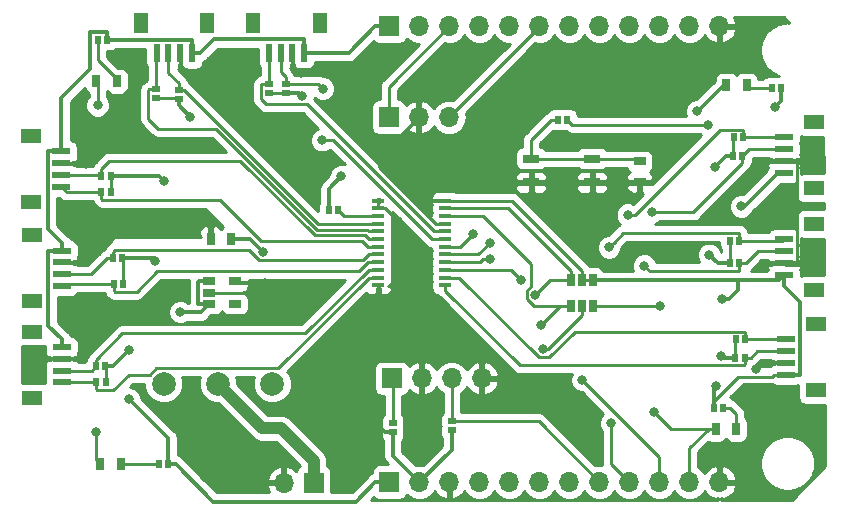
<source format=gbr>
G04 #@! TF.GenerationSoftware,KiCad,Pcbnew,5.0.0-rc2-dev-unknown-e0e0687~62~ubuntu16.04.1*
G04 #@! TF.CreationDate,2018-03-18T12:22:30+01:00*
G04 #@! TF.ProjectId,GhostSensorBoard,47686F737453656E736F72426F617264,rev?*
G04 #@! TF.SameCoordinates,Original*
G04 #@! TF.FileFunction,Copper,L1,Top,Signal*
G04 #@! TF.FilePolarity,Positive*
%FSLAX46Y46*%
G04 Gerber Fmt 4.6, Leading zero omitted, Abs format (unit mm)*
G04 Created by KiCad (PCBNEW 5.0.0-rc2-dev-unknown-e0e0687~62~ubuntu16.04.1) date Sun Mar 18 12:22:30 2018*
%MOMM*%
%LPD*%
G01*
G04 APERTURE LIST*
%ADD10R,1.000000X0.670000*%
%ADD11R,0.670000X1.000000*%
%ADD12R,1.700000X1.700000*%
%ADD13O,1.700000X1.700000*%
%ADD14R,0.575000X0.650000*%
%ADD15R,0.650000X0.575000*%
%ADD16R,1.450000X0.700000*%
%ADD17C,2.000000*%
%ADD18R,1.100000X0.400000*%
%ADD19R,1.200000X1.800000*%
%ADD20R,0.600000X1.550000*%
%ADD21R,1.550000X0.600000*%
%ADD22R,1.800000X1.200000*%
%ADD23R,1.060000X0.650000*%
%ADD24R,0.650000X1.060000*%
%ADD25C,0.800000*%
%ADD26C,0.250000*%
%ADD27C,0.350000*%
%ADD28C,1.000000*%
%ADD29C,0.254000*%
G04 APERTURE END LIST*
D10*
X172200000Y-93600000D03*
X172200000Y-91850000D03*
D11*
X135875000Y-98400000D03*
X137625000Y-98400000D03*
X128275000Y-117450000D03*
X126525000Y-117450000D03*
X126200000Y-85050000D03*
X127950000Y-85050000D03*
X180375000Y-114500000D03*
X178625000Y-114500000D03*
X179525000Y-85400000D03*
X181275000Y-85400000D03*
D12*
X144600000Y-119050000D03*
D13*
X142060000Y-119050000D03*
D12*
X150970000Y-88100000D03*
D13*
X153510000Y-88100000D03*
X156050000Y-88100000D03*
D12*
X151010000Y-80400000D03*
D13*
X153550000Y-80400000D03*
X156090000Y-80400000D03*
X158630000Y-80400000D03*
X161170000Y-80400000D03*
X163710000Y-80400000D03*
X166250000Y-80400000D03*
X168790000Y-80400000D03*
X171330000Y-80400000D03*
X173870000Y-80400000D03*
X176410000Y-80400000D03*
X178950000Y-80400000D03*
X178950000Y-119000000D03*
X176410000Y-119000000D03*
X173870000Y-119000000D03*
X171330000Y-119000000D03*
X168790000Y-119000000D03*
X166250000Y-119000000D03*
X163710000Y-119000000D03*
X161170000Y-119000000D03*
X158630000Y-119000000D03*
X156090000Y-119000000D03*
X153550000Y-119000000D03*
D12*
X151010000Y-119000000D03*
D14*
X145900000Y-95950000D03*
X146675000Y-95950000D03*
D15*
X133200000Y-85762500D03*
X133200000Y-86537500D03*
X131250000Y-86487500D03*
X131250000Y-85712500D03*
D14*
X126625000Y-93050000D03*
X127400000Y-93050000D03*
X127400000Y-94450000D03*
X126625000Y-94450000D03*
X128387500Y-100050000D03*
X127612500Y-100050000D03*
X127662500Y-102250000D03*
X128437500Y-102250000D03*
X126950000Y-109200000D03*
X126175000Y-109200000D03*
X126200000Y-110550000D03*
X126975000Y-110550000D03*
X181087500Y-108450000D03*
X180312500Y-108450000D03*
X180375000Y-106900000D03*
X181150000Y-106900000D03*
X180650000Y-100450000D03*
X179875000Y-100450000D03*
X179875000Y-98550000D03*
X180650000Y-98550000D03*
X180900000Y-91400000D03*
X180125000Y-91400000D03*
X180212500Y-89800000D03*
X180987500Y-89800000D03*
D15*
X142250000Y-85262500D03*
X142250000Y-86037500D03*
X140800000Y-86025000D03*
X140800000Y-85250000D03*
D14*
X131512500Y-117500000D03*
X132287500Y-117500000D03*
X127137500Y-81550000D03*
X126362500Y-81550000D03*
X178512500Y-112700000D03*
X179287500Y-112700000D03*
X183412500Y-85600000D03*
X184187500Y-85600000D03*
X166025000Y-88300000D03*
X165250000Y-88300000D03*
D15*
X151300000Y-114787500D03*
X151300000Y-114012500D03*
X156300000Y-114625000D03*
X156300000Y-113850000D03*
D16*
X168180000Y-91600000D03*
X163020000Y-91600000D03*
X163020000Y-93600000D03*
X168180000Y-93600000D03*
D17*
X131900000Y-110700000D03*
X136500000Y-110700000D03*
X141100000Y-110700000D03*
D18*
X150050000Y-95175000D03*
X150050000Y-95825000D03*
X150050000Y-96475000D03*
X150050000Y-97125000D03*
X150050000Y-97775000D03*
X150050000Y-98425000D03*
X150050000Y-99075000D03*
X150050000Y-99725000D03*
X150050000Y-100375000D03*
X150050000Y-101025000D03*
X150050000Y-101675000D03*
X150050000Y-102325000D03*
X155750000Y-102325000D03*
X155750000Y-101675000D03*
X155750000Y-101025000D03*
X155750000Y-100375000D03*
X155750000Y-99725000D03*
X155750000Y-99075000D03*
X155750000Y-98425000D03*
X155750000Y-97775000D03*
X155750000Y-97125000D03*
X155750000Y-96475000D03*
X155750000Y-95825000D03*
X155750000Y-95175000D03*
D19*
X135600000Y-80150000D03*
X130000000Y-80150000D03*
D20*
X134300000Y-82675000D03*
X133300000Y-82675000D03*
X132300000Y-82675000D03*
X131300000Y-82675000D03*
D21*
X123225000Y-94000000D03*
X123225000Y-93000000D03*
X123225000Y-92000000D03*
X123225000Y-91000000D03*
D22*
X120700000Y-95300000D03*
X120700000Y-89700000D03*
X120750000Y-98100000D03*
X120750000Y-103700000D03*
D21*
X123275000Y-99400000D03*
X123275000Y-100400000D03*
X123275000Y-101400000D03*
X123275000Y-102400000D03*
X123275000Y-110550000D03*
X123275000Y-109550000D03*
X123275000Y-108550000D03*
X123275000Y-107550000D03*
D22*
X120750000Y-111850000D03*
X120750000Y-106250000D03*
X187150000Y-111200000D03*
X187150000Y-105600000D03*
D21*
X184625000Y-109900000D03*
X184625000Y-108900000D03*
X184625000Y-107900000D03*
X184625000Y-106900000D03*
X184425000Y-98450000D03*
X184425000Y-99450000D03*
X184425000Y-100450000D03*
X184425000Y-101450000D03*
D22*
X186950000Y-97150000D03*
X186950000Y-102750000D03*
X186950000Y-94100000D03*
X186950000Y-88500000D03*
D21*
X184425000Y-92800000D03*
X184425000Y-91800000D03*
X184425000Y-90800000D03*
X184425000Y-89800000D03*
D20*
X140800000Y-82625000D03*
X141800000Y-82625000D03*
X142800000Y-82625000D03*
X143800000Y-82625000D03*
D19*
X139500000Y-80100000D03*
X145100000Y-80100000D03*
D12*
X151200000Y-110200000D03*
D13*
X153740000Y-110200000D03*
X156280000Y-110200000D03*
X158820000Y-110200000D03*
D23*
X135750000Y-102000000D03*
X135750000Y-102950000D03*
X135750000Y-103900000D03*
X137950000Y-103900000D03*
X137950000Y-102000000D03*
D24*
X166350000Y-104100000D03*
X167300000Y-104100000D03*
X168250000Y-104100000D03*
X168250000Y-101900000D03*
X166350000Y-101900000D03*
X167300000Y-101900000D03*
D25*
X135150000Y-84900000D03*
X143550000Y-84400000D03*
X125300000Y-99600000D03*
X125350000Y-92050000D03*
X182050000Y-109400000D03*
X164000000Y-107700000D03*
X151750000Y-96900000D03*
X186700000Y-100650000D03*
X143700000Y-103600000D03*
X140350000Y-99500000D03*
X140500000Y-102100000D03*
X145600000Y-108150000D03*
X173412340Y-113062340D03*
X177050000Y-87600000D03*
X126300000Y-87100000D03*
X126200000Y-114750000D03*
X150850000Y-91900000D03*
X128950000Y-111950000D03*
X129000000Y-107850000D03*
X131200000Y-100250000D03*
X146950000Y-93100000D03*
X183700000Y-87250000D03*
X178550000Y-92350000D03*
X180800000Y-95650000D03*
X179200000Y-103500000D03*
X178100000Y-99750000D03*
X178650000Y-110850000D03*
X179100000Y-108300000D03*
X131950000Y-93500000D03*
X134150000Y-88050000D03*
X143650000Y-86300000D03*
X173950000Y-104100000D03*
X163837340Y-105712660D03*
X167350000Y-110350000D03*
X169800000Y-114000000D03*
X163350000Y-103150000D03*
X178000000Y-88750000D03*
X172600000Y-100674990D03*
X162150000Y-101850000D03*
X169600000Y-99125021D03*
X159500000Y-100100000D03*
X173243251Y-96132068D03*
X159500000Y-98750000D03*
X158100000Y-97950000D03*
X171200000Y-96350000D03*
X145360548Y-85685483D03*
X145300000Y-90050000D03*
X133300000Y-104600000D03*
D26*
X135150000Y-84900000D02*
X134750001Y-84500001D01*
X134750001Y-84500001D02*
X134100001Y-84500001D01*
X133300000Y-83700000D02*
X133300000Y-82675000D01*
X134100001Y-84500001D02*
X133300000Y-83700000D01*
X142800000Y-82625000D02*
X142800000Y-83650000D01*
X142800000Y-83650000D02*
X143550000Y-84400000D01*
X125300000Y-99600000D02*
X124500000Y-100400000D01*
X124500000Y-100400000D02*
X123275000Y-100400000D01*
X123225000Y-92000000D02*
X125300000Y-92000000D01*
X125300000Y-92000000D02*
X125350000Y-92050000D01*
X184625000Y-108900000D02*
X182550000Y-108900000D01*
X182550000Y-108900000D02*
X182050000Y-109400000D01*
X150050000Y-95175000D02*
X150050000Y-95825000D01*
X164480000Y-107700000D02*
X164000000Y-107700000D01*
X167300000Y-104100000D02*
X167300000Y-104880000D01*
X167300000Y-104880000D02*
X164480000Y-107700000D01*
X155750000Y-97125000D02*
X154950000Y-97125000D01*
X150124998Y-91485002D02*
X152660001Y-88949999D01*
X150124998Y-92299998D02*
X150124998Y-91485002D01*
X152660001Y-88949999D02*
X153510000Y-88100000D01*
X154950000Y-97125000D02*
X150124998Y-92299998D01*
X150050000Y-95825000D02*
X150675000Y-95825000D01*
X150675000Y-95825000D02*
X151750000Y-96900000D01*
X186700000Y-100650000D02*
X184625000Y-100650000D01*
X184625000Y-100650000D02*
X184425000Y-100450000D01*
X184425000Y-100450000D02*
X185450000Y-100450000D01*
X185450000Y-100450000D02*
X185525001Y-100374999D01*
X185525001Y-100374999D02*
X185525001Y-91875001D01*
X185525001Y-91875001D02*
X185450000Y-91800000D01*
X185450000Y-91800000D02*
X184425000Y-91800000D01*
X168180000Y-93600000D02*
X163020000Y-93600000D01*
X172200000Y-93600000D02*
X168180000Y-93600000D01*
X135750000Y-102950000D02*
X143050000Y-102950000D01*
X143050000Y-102950000D02*
X143700000Y-103600000D01*
X168180000Y-91600000D02*
X171950000Y-91600000D01*
X171950000Y-91600000D02*
X172200000Y-91850000D01*
X168180000Y-91600000D02*
X167205000Y-91600000D01*
X167205000Y-91600000D02*
X163020000Y-91600000D01*
X163020000Y-91600000D02*
X163020000Y-89992500D01*
X163020000Y-89992500D02*
X164712500Y-88300000D01*
X164712500Y-88300000D02*
X165250000Y-88300000D01*
D27*
X137625000Y-98400000D02*
X139250000Y-98400000D01*
X139250000Y-98400000D02*
X140350000Y-99500000D01*
X140500000Y-102100000D02*
X138050000Y-102100000D01*
X138050000Y-102100000D02*
X137950000Y-102000000D01*
X151300000Y-114787500D02*
X150625000Y-114787500D01*
X150625000Y-114787500D02*
X145600000Y-109762500D01*
X145600000Y-109762500D02*
X145600000Y-108150000D01*
X153550000Y-119000000D02*
X151300000Y-116750000D01*
X151300000Y-116750000D02*
X151300000Y-114787500D01*
X153550000Y-119000000D02*
X156300000Y-116250000D01*
X156300000Y-116250000D02*
X156300000Y-114625000D01*
D26*
X131512500Y-117500000D02*
X128325000Y-117500000D01*
X128325000Y-117500000D02*
X128275000Y-117450000D01*
X174850000Y-114500000D02*
X173812339Y-113462339D01*
X173812339Y-113462339D02*
X173412340Y-113062340D01*
X178625000Y-114500000D02*
X174850000Y-114500000D01*
X177050000Y-87600000D02*
X179250000Y-85400000D01*
X179250000Y-85400000D02*
X179525000Y-85400000D01*
X126300000Y-87100000D02*
X126300000Y-85150000D01*
X126300000Y-85150000D02*
X126200000Y-85050000D01*
X126200000Y-114750000D02*
X126200000Y-117125000D01*
X126200000Y-117125000D02*
X126525000Y-117450000D01*
X176410000Y-119000000D02*
X176410000Y-116130000D01*
X176410000Y-116130000D02*
X178040000Y-114500000D01*
X178040000Y-114500000D02*
X178625000Y-114500000D01*
X127950000Y-85050000D02*
X127950000Y-84885000D01*
X127950000Y-84885000D02*
X126362500Y-83297500D01*
X126362500Y-83297500D02*
X126362500Y-82125000D01*
X126362500Y-82125000D02*
X126362500Y-81550000D01*
X180375000Y-113500000D02*
X180375000Y-114500000D01*
X179825000Y-112700000D02*
X180375000Y-113250000D01*
X179287500Y-112700000D02*
X179825000Y-112700000D01*
X180375000Y-113250000D02*
X180375000Y-113500000D01*
X183412500Y-85600000D02*
X181475000Y-85600000D01*
X181475000Y-85600000D02*
X181275000Y-85400000D01*
D28*
X141850000Y-114450000D02*
X140250000Y-114450000D01*
X140250000Y-114450000D02*
X136500000Y-110700000D01*
X144600000Y-119050000D02*
X144600000Y-117200000D01*
X144600000Y-117200000D02*
X141850000Y-114450000D01*
D26*
X156050000Y-88100000D02*
X163710000Y-80440000D01*
X163710000Y-80440000D02*
X163710000Y-80400000D01*
X178512500Y-112125000D02*
X180512498Y-110125002D01*
X178512500Y-112700000D02*
X178512500Y-112125000D01*
X180512498Y-110125002D02*
X183374998Y-110125002D01*
X183374998Y-110125002D02*
X183600000Y-109900000D01*
X183600000Y-109900000D02*
X184625000Y-109900000D01*
D27*
X155750000Y-95175000D02*
X154125000Y-95175000D01*
X154125000Y-95175000D02*
X150850000Y-91900000D01*
X148160000Y-120650000D02*
X136075000Y-120650000D01*
X136075000Y-120650000D02*
X132925000Y-117500000D01*
X149810000Y-119000000D02*
X148160000Y-120650000D01*
X151010000Y-119000000D02*
X149810000Y-119000000D01*
X132925000Y-117500000D02*
X132287500Y-117500000D01*
X132287500Y-117500000D02*
X132287500Y-115287500D01*
X132287500Y-115287500D02*
X128950000Y-111950000D01*
X126950000Y-109200000D02*
X127650000Y-109200000D01*
X127650000Y-109200000D02*
X129000000Y-107850000D01*
X128387500Y-100050000D02*
X131000000Y-100050000D01*
X131000000Y-100050000D02*
X131200000Y-100250000D01*
X145900000Y-95950000D02*
X145900000Y-94150000D01*
X145900000Y-94150000D02*
X146950000Y-93100000D01*
X183700000Y-87250000D02*
X184187500Y-86762500D01*
X184187500Y-86762500D02*
X184187500Y-85600000D01*
X180125000Y-91400000D02*
X179500000Y-91400000D01*
X179500000Y-91400000D02*
X178550000Y-92350000D01*
X184425000Y-92800000D02*
X183950000Y-92800000D01*
X183950000Y-92800000D02*
X181100000Y-95650000D01*
X181100000Y-95650000D02*
X180800000Y-95650000D01*
X180500000Y-101900000D02*
X183975000Y-101900000D01*
X180500000Y-102765685D02*
X180500000Y-101900000D01*
X168250000Y-101900000D02*
X180500000Y-101900000D01*
X179200000Y-103500000D02*
X179765685Y-103500000D01*
X179765685Y-103500000D02*
X180500000Y-102765685D01*
X179875000Y-100450000D02*
X178800000Y-100450000D01*
X178800000Y-100450000D02*
X178100000Y-99750000D01*
X178650000Y-110850000D02*
X178512500Y-110987500D01*
X178512500Y-110987500D02*
X178512500Y-112700000D01*
X180312500Y-108450000D02*
X179250000Y-108450000D01*
X179250000Y-108450000D02*
X179100000Y-108300000D01*
X184625000Y-109900000D02*
X185750000Y-109900000D01*
X185775001Y-103750003D02*
X184425000Y-102400002D01*
X185750000Y-109900000D02*
X185775001Y-109874999D01*
X185775001Y-109874999D02*
X185775001Y-103750003D01*
X184425000Y-102400002D02*
X184425000Y-102100000D01*
X184425000Y-102100000D02*
X184425000Y-101450000D01*
X183975000Y-101900000D02*
X184425000Y-101450000D01*
X123275000Y-107550000D02*
X123275000Y-106900000D01*
X122124999Y-99425001D02*
X122150000Y-99400000D01*
X123275000Y-106900000D02*
X122124999Y-105749999D01*
X122124999Y-105749999D02*
X122124999Y-99425001D01*
X122150000Y-99400000D02*
X123275000Y-99400000D01*
X123275000Y-99400000D02*
X123275000Y-98750000D01*
X123275000Y-98750000D02*
X122074999Y-97549999D01*
X122074999Y-97549999D02*
X122074999Y-91025001D01*
X122074999Y-91025001D02*
X122100000Y-91000000D01*
X122100000Y-91000000D02*
X123225000Y-91000000D01*
X123225000Y-91000000D02*
X123225000Y-86514998D01*
X125699999Y-84039999D02*
X125699999Y-80924999D01*
X125699999Y-80924999D02*
X125774999Y-80849999D01*
X123225000Y-86514998D02*
X125699999Y-84039999D01*
X127112499Y-80849999D02*
X127137500Y-80875000D01*
X125774999Y-80849999D02*
X127112499Y-80849999D01*
X127137500Y-80875000D02*
X127137500Y-81550000D01*
X127400000Y-93050000D02*
X131500000Y-93050000D01*
X131500000Y-93050000D02*
X131950000Y-93500000D01*
X134300000Y-82675000D02*
X134300000Y-81550000D01*
X127775000Y-81550000D02*
X127137500Y-81550000D01*
X134300000Y-81550000D02*
X134274999Y-81524999D01*
X134274999Y-81524999D02*
X127800001Y-81524999D01*
X127800001Y-81524999D02*
X127775000Y-81550000D01*
X134300000Y-82675000D02*
X134950000Y-82675000D01*
X136150001Y-81474999D02*
X143774999Y-81474999D01*
X134950000Y-82675000D02*
X136150001Y-81474999D01*
X143774999Y-81474999D02*
X143800000Y-81500000D01*
X143800000Y-81500000D02*
X143800000Y-82625000D01*
X133200000Y-86537500D02*
X133200000Y-87100000D01*
X133200000Y-87100000D02*
X134150000Y-88050000D01*
X151010000Y-80400000D02*
X149810000Y-80400000D01*
X144450000Y-82625000D02*
X143800000Y-82625000D01*
X149810000Y-80400000D02*
X147585000Y-82625000D01*
X147585000Y-82625000D02*
X144450000Y-82625000D01*
X142250000Y-86037500D02*
X143387500Y-86037500D01*
X143387500Y-86037500D02*
X143650000Y-86300000D01*
D26*
X180125000Y-91400000D02*
X180125000Y-89887500D01*
X180125000Y-89887500D02*
X180212500Y-89800000D01*
X179875000Y-100450000D02*
X179875000Y-98550000D01*
X180312500Y-108450000D02*
X180312500Y-106962500D01*
X180312500Y-106962500D02*
X180375000Y-106900000D01*
X167300000Y-101900000D02*
X168250000Y-101900000D01*
X155750000Y-95175000D02*
X161355000Y-95175000D01*
X161355000Y-95175000D02*
X167300000Y-101120000D01*
X167300000Y-101120000D02*
X167300000Y-101900000D01*
X140800000Y-86025000D02*
X142237500Y-86025000D01*
X142237500Y-86025000D02*
X142250000Y-86037500D01*
X126975000Y-110550000D02*
X126975000Y-109225000D01*
X126975000Y-109225000D02*
X126950000Y-109200000D01*
X128437500Y-102250000D02*
X128437500Y-100100000D01*
X128437500Y-100100000D02*
X128387500Y-100050000D01*
X127400000Y-93050000D02*
X127400000Y-94450000D01*
X131250000Y-86487500D02*
X133150000Y-86487500D01*
X133150000Y-86487500D02*
X133200000Y-86537500D01*
X168250000Y-104100000D02*
X173950000Y-104100000D01*
X165450000Y-104100000D02*
X164237339Y-105312661D01*
X164237339Y-105312661D02*
X163837340Y-105712660D01*
X166350000Y-104100000D02*
X165450000Y-104100000D01*
X155750000Y-96475000D02*
X158930000Y-96475000D01*
X162624998Y-102801998D02*
X162624998Y-103498002D01*
X158930000Y-96475000D02*
X163001998Y-100546998D01*
X165775000Y-104100000D02*
X166350000Y-104100000D01*
X163001998Y-102424998D02*
X162624998Y-102801998D01*
X163001998Y-100546998D02*
X163001998Y-102424998D01*
X163226996Y-104100000D02*
X165775000Y-104100000D01*
X162624998Y-103498002D02*
X163226996Y-104100000D01*
X173870000Y-119000000D02*
X173870000Y-116870000D01*
X173870000Y-116870000D02*
X167350000Y-110350000D01*
X169800000Y-114000000D02*
X169800000Y-117470000D01*
X169800000Y-117470000D02*
X171330000Y-119000000D01*
X164600000Y-101900000D02*
X163350000Y-103150000D01*
X166350000Y-101900000D02*
X164600000Y-101900000D01*
X166350000Y-101900000D02*
X166350000Y-101120000D01*
X166350000Y-101120000D02*
X161055000Y-95825000D01*
X161055000Y-95825000D02*
X156550000Y-95825000D01*
X156550000Y-95825000D02*
X155750000Y-95825000D01*
X168790000Y-119000000D02*
X163640000Y-113850000D01*
X163640000Y-113850000D02*
X156300000Y-113850000D01*
X156280000Y-110200000D02*
X156280000Y-113830000D01*
X156280000Y-113830000D02*
X156300000Y-113850000D01*
X178000000Y-88750000D02*
X166475000Y-88750000D01*
X166475000Y-88750000D02*
X166025000Y-88300000D01*
X150050000Y-96475000D02*
X147200000Y-96475000D01*
X147200000Y-96475000D02*
X146675000Y-95950000D01*
X133200000Y-85762500D02*
X133200000Y-85225000D01*
X133200000Y-85225000D02*
X132300000Y-84325000D01*
X132300000Y-84325000D02*
X132300000Y-83700000D01*
X132300000Y-83700000D02*
X132300000Y-82675000D01*
X133622502Y-85762500D02*
X144985002Y-97125000D01*
X133200000Y-85762500D02*
X133622502Y-85762500D01*
X149250000Y-97125000D02*
X150050000Y-97125000D01*
X144985002Y-97125000D02*
X149250000Y-97125000D01*
X130599999Y-85787501D02*
X130675000Y-85712500D01*
X144873559Y-97649967D02*
X136321094Y-89097502D01*
X130599999Y-88249999D02*
X130599999Y-85787501D01*
X136321094Y-89097502D02*
X131447502Y-89097502D01*
X149124967Y-97649967D02*
X144873559Y-97649967D01*
X130675000Y-85712500D02*
X131250000Y-85712500D01*
X150050000Y-97775000D02*
X149250000Y-97775000D01*
X149250000Y-97775000D02*
X149124967Y-97649967D01*
X131447502Y-89097502D02*
X130599999Y-88249999D01*
X131250000Y-85712500D02*
X131250000Y-82725000D01*
X131250000Y-82725000D02*
X131300000Y-82675000D01*
X138387182Y-91800000D02*
X144687160Y-98099978D01*
X126625000Y-93050000D02*
X126625000Y-92475000D01*
X148924978Y-98099978D02*
X149250000Y-98425000D01*
X149250000Y-98425000D02*
X150050000Y-98425000D01*
X144687160Y-98099978D02*
X148924978Y-98099978D01*
X126625000Y-92475000D02*
X127300000Y-91800000D01*
X127300000Y-91800000D02*
X138387182Y-91800000D01*
X123225000Y-93000000D02*
X126575000Y-93000000D01*
X126575000Y-93000000D02*
X126625000Y-93050000D01*
X149236411Y-99075000D02*
X148711400Y-98549989D01*
X150050000Y-99075000D02*
X149236411Y-99075000D01*
X140157111Y-98549989D02*
X136707123Y-95100001D01*
X136707123Y-95100001D02*
X126700001Y-95100001D01*
X148711400Y-98549989D02*
X140157111Y-98549989D01*
X126700001Y-95100001D02*
X126625000Y-95025000D01*
X126625000Y-95025000D02*
X126625000Y-94450000D01*
X126625000Y-94450000D02*
X123675000Y-94450000D01*
X123675000Y-94450000D02*
X123225000Y-94000000D01*
X149250000Y-99725000D02*
X150050000Y-99725000D01*
X127755380Y-99332120D02*
X139109116Y-99332120D01*
X139109116Y-99332120D02*
X140001998Y-100225002D01*
X148749998Y-100225002D02*
X149250000Y-99725000D01*
X127612500Y-99475000D02*
X127755380Y-99332120D01*
X127612500Y-100050000D02*
X127612500Y-99475000D01*
X140001998Y-100225002D02*
X148749998Y-100225002D01*
X127612500Y-100050000D02*
X127075000Y-100050000D01*
X127075000Y-100050000D02*
X125725000Y-101400000D01*
X125725000Y-101400000D02*
X124300000Y-101400000D01*
X124300000Y-101400000D02*
X123275000Y-101400000D01*
X148461399Y-101150012D02*
X131350000Y-101150012D01*
X127662500Y-102250000D02*
X127662500Y-102825000D01*
X127662500Y-102825000D02*
X127737501Y-102900001D01*
X127737501Y-102900001D02*
X129600011Y-102900001D01*
X129600011Y-102900001D02*
X131350000Y-101150012D01*
X149236410Y-100375000D02*
X148461399Y-101150012D01*
X150050000Y-100375000D02*
X149236410Y-100375000D01*
X127662500Y-102250000D02*
X123425000Y-102250000D01*
X123425000Y-102250000D02*
X123275000Y-102400000D01*
X128400000Y-106400000D02*
X143875000Y-106400000D01*
X126175000Y-108625000D02*
X128400000Y-106400000D01*
X143875000Y-106400000D02*
X149250000Y-101025000D01*
X126175000Y-109200000D02*
X126175000Y-108625000D01*
X149250000Y-101025000D02*
X150050000Y-101025000D01*
X123275000Y-109550000D02*
X125825000Y-109550000D01*
X125825000Y-109550000D02*
X126175000Y-109200000D01*
X130738999Y-109899999D02*
X128950000Y-109899999D01*
X126200000Y-110550000D02*
X126200000Y-111125000D01*
X126200000Y-111125000D02*
X126275001Y-111200001D01*
X126275001Y-111200001D02*
X127649998Y-111200001D01*
X127649998Y-111200001D02*
X128950000Y-109899999D01*
X126200000Y-110550000D02*
X125662500Y-110550000D01*
X125662500Y-110550000D02*
X123275000Y-110550000D01*
X150050000Y-101675000D02*
X149250000Y-101675000D01*
X141550001Y-109374999D02*
X131263999Y-109374999D01*
X149250000Y-101675000D02*
X141550001Y-109374999D01*
X131263999Y-109374999D02*
X130738999Y-109899999D01*
X181087500Y-108450000D02*
X181625000Y-108450000D01*
X181625000Y-108450000D02*
X182175000Y-107900000D01*
X182175000Y-107900000D02*
X183600000Y-107900000D01*
X183600000Y-107900000D02*
X184625000Y-107900000D01*
X155750000Y-102325000D02*
X155750000Y-102775000D01*
X155750000Y-102775000D02*
X162075001Y-109100001D01*
X162075001Y-109100001D02*
X181012499Y-109100001D01*
X181012499Y-109100001D02*
X181087500Y-109025000D01*
X181087500Y-109025000D02*
X181087500Y-108450000D01*
X181074999Y-106249999D02*
X181150000Y-106325000D01*
X155750000Y-101675000D02*
X156901996Y-101675000D01*
X164548002Y-108425002D02*
X166723005Y-106249999D01*
X181150000Y-106325000D02*
X181150000Y-106900000D01*
X163651998Y-108425002D02*
X164548002Y-108425002D01*
X156901996Y-101675000D02*
X163651998Y-108425002D01*
X166723005Y-106249999D02*
X181074999Y-106249999D01*
X181150000Y-106900000D02*
X181687500Y-106900000D01*
X181687500Y-106900000D02*
X184625000Y-106900000D01*
X173025011Y-101100001D02*
X172999999Y-101074989D01*
X180650000Y-101025000D02*
X180574999Y-101100001D01*
X172999999Y-101074989D02*
X172600000Y-100674990D01*
X180574999Y-101100001D02*
X173025011Y-101100001D01*
X180650000Y-100450000D02*
X180650000Y-101025000D01*
X180650000Y-100450000D02*
X181187500Y-100450000D01*
X181187500Y-100450000D02*
X182187500Y-99450000D01*
X183400000Y-99450000D02*
X184425000Y-99450000D01*
X182187500Y-99450000D02*
X183400000Y-99450000D01*
X155750000Y-101025000D02*
X161325000Y-101025000D01*
X161325000Y-101025000D02*
X162150000Y-101850000D01*
X180650000Y-97975000D02*
X180574999Y-97899999D01*
X180574999Y-97899999D02*
X170825022Y-97899999D01*
X169999999Y-98725022D02*
X169600000Y-99125021D01*
X180650000Y-98550000D02*
X180650000Y-97975000D01*
X170825022Y-97899999D02*
X169999999Y-98725022D01*
X159500000Y-100100000D02*
X158934315Y-100100000D01*
X158934315Y-100100000D02*
X158659315Y-100375000D01*
X158659315Y-100375000D02*
X156550000Y-100375000D01*
X156550000Y-100375000D02*
X155750000Y-100375000D01*
X180650000Y-98550000D02*
X184325000Y-98550000D01*
X184325000Y-98550000D02*
X184425000Y-98450000D01*
X180900000Y-91975000D02*
X176742932Y-96132068D01*
X176742932Y-96132068D02*
X173808936Y-96132068D01*
X173808936Y-96132068D02*
X173243251Y-96132068D01*
X180900000Y-91400000D02*
X180900000Y-91975000D01*
X184425000Y-90800000D02*
X181462500Y-90800000D01*
X181462500Y-90800000D02*
X180900000Y-91362500D01*
X180900000Y-91362500D02*
X180900000Y-91400000D01*
X155750000Y-99725000D02*
X158525000Y-99725000D01*
X158525000Y-99725000D02*
X159500000Y-98750000D01*
X178965686Y-89149999D02*
X171765685Y-96350000D01*
X180987500Y-89800000D02*
X180987500Y-89225000D01*
X180987500Y-89225000D02*
X180912499Y-89149999D01*
X180912499Y-89149999D02*
X178965686Y-89149999D01*
X171765685Y-96350000D02*
X171200000Y-96350000D01*
X158100000Y-97950000D02*
X156975000Y-99075000D01*
X156975000Y-99075000D02*
X155750000Y-99075000D01*
X180987500Y-89800000D02*
X184425000Y-89800000D01*
X144937565Y-85262500D02*
X144960549Y-85285484D01*
X144960549Y-85285484D02*
X145360548Y-85685483D01*
X142250000Y-85262500D02*
X144937565Y-85262500D01*
X142250000Y-85262500D02*
X142250000Y-84725000D01*
X142250000Y-84725000D02*
X141800000Y-84275000D01*
X141800000Y-84275000D02*
X141800000Y-83650000D01*
X141800000Y-83650000D02*
X141800000Y-82625000D01*
X155750000Y-98425000D02*
X154635002Y-98425000D01*
X146260002Y-90050000D02*
X145300000Y-90050000D01*
X154635002Y-98425000D02*
X146260002Y-90050000D01*
X143998002Y-87025002D02*
X140602500Y-87025002D01*
X155750000Y-97775000D02*
X154748000Y-97775000D01*
X154748000Y-97775000D02*
X143998002Y-87025002D01*
X140149999Y-85325001D02*
X140225000Y-85250000D01*
X140602500Y-87025002D02*
X140149999Y-86572501D01*
X140225000Y-85250000D02*
X140800000Y-85250000D01*
X140149999Y-86572501D02*
X140149999Y-85325001D01*
X140800000Y-85250000D02*
X140800000Y-82625000D01*
X151300000Y-114012500D02*
X151300000Y-110300000D01*
X151300000Y-110300000D02*
X151200000Y-110200000D01*
D27*
X135750000Y-102000000D02*
X134870000Y-102000000D01*
X134870000Y-102000000D02*
X134844999Y-102025001D01*
X134844999Y-102025001D02*
X134844999Y-103874999D01*
X134844999Y-103874999D02*
X134870000Y-103900000D01*
X134870000Y-103900000D02*
X135750000Y-103900000D01*
X133300000Y-104600000D02*
X135050000Y-104600000D01*
X135050000Y-104600000D02*
X135750000Y-103900000D01*
D26*
X150970000Y-88100000D02*
X150970000Y-85520000D01*
X150970000Y-85520000D02*
X156090000Y-80400000D01*
D29*
G36*
X156217000Y-118873000D02*
X156237000Y-118873000D01*
X156237000Y-119127000D01*
X156217000Y-119127000D01*
X156217000Y-120320155D01*
X156446890Y-120441476D01*
X156856924Y-120271645D01*
X157285183Y-119881358D01*
X157346157Y-119751522D01*
X157559375Y-120070625D01*
X158050582Y-120398839D01*
X158483744Y-120485000D01*
X158776256Y-120485000D01*
X159209418Y-120398839D01*
X159700625Y-120070625D01*
X159900000Y-119772239D01*
X160099375Y-120070625D01*
X160590582Y-120398839D01*
X161023744Y-120485000D01*
X161316256Y-120485000D01*
X161749418Y-120398839D01*
X162240625Y-120070625D01*
X162440000Y-119772239D01*
X162639375Y-120070625D01*
X163130582Y-120398839D01*
X163563744Y-120485000D01*
X163856256Y-120485000D01*
X164289418Y-120398839D01*
X164780625Y-120070625D01*
X164980000Y-119772239D01*
X165179375Y-120070625D01*
X165670582Y-120398839D01*
X166103744Y-120485000D01*
X166396256Y-120485000D01*
X166829418Y-120398839D01*
X167320625Y-120070625D01*
X167520000Y-119772239D01*
X167719375Y-120070625D01*
X168210582Y-120398839D01*
X168643744Y-120485000D01*
X168936256Y-120485000D01*
X169369418Y-120398839D01*
X169860625Y-120070625D01*
X170060000Y-119772239D01*
X170259375Y-120070625D01*
X170750582Y-120398839D01*
X171183744Y-120485000D01*
X171476256Y-120485000D01*
X171909418Y-120398839D01*
X172400625Y-120070625D01*
X172600000Y-119772239D01*
X172799375Y-120070625D01*
X173290582Y-120398839D01*
X173723744Y-120485000D01*
X174016256Y-120485000D01*
X174449418Y-120398839D01*
X174940625Y-120070625D01*
X175140000Y-119772239D01*
X175339375Y-120070625D01*
X175830582Y-120398839D01*
X176263744Y-120485000D01*
X176556256Y-120485000D01*
X176989418Y-120398839D01*
X177480625Y-120070625D01*
X177693843Y-119751522D01*
X177754817Y-119881358D01*
X178183076Y-120271645D01*
X178593110Y-120441476D01*
X178822998Y-120320156D01*
X178822998Y-120483321D01*
X149424232Y-120531280D01*
X149680366Y-120275146D01*
X149702191Y-120307809D01*
X149912235Y-120448157D01*
X150160000Y-120497440D01*
X151860000Y-120497440D01*
X152107765Y-120448157D01*
X152317809Y-120307809D01*
X152458157Y-120097765D01*
X152467184Y-120052381D01*
X152479375Y-120070625D01*
X152970582Y-120398839D01*
X153403744Y-120485000D01*
X153696256Y-120485000D01*
X154129418Y-120398839D01*
X154620625Y-120070625D01*
X154833843Y-119751522D01*
X154894817Y-119881358D01*
X155323076Y-120271645D01*
X155733110Y-120441476D01*
X155963000Y-120320155D01*
X155963000Y-119127000D01*
X155943000Y-119127000D01*
X155943000Y-118873000D01*
X155963000Y-118873000D01*
X155963000Y-118853000D01*
X156217000Y-118853000D01*
X156217000Y-118873000D01*
X156217000Y-118873000D01*
G37*
X156217000Y-118873000D02*
X156237000Y-118873000D01*
X156237000Y-119127000D01*
X156217000Y-119127000D01*
X156217000Y-120320155D01*
X156446890Y-120441476D01*
X156856924Y-120271645D01*
X157285183Y-119881358D01*
X157346157Y-119751522D01*
X157559375Y-120070625D01*
X158050582Y-120398839D01*
X158483744Y-120485000D01*
X158776256Y-120485000D01*
X159209418Y-120398839D01*
X159700625Y-120070625D01*
X159900000Y-119772239D01*
X160099375Y-120070625D01*
X160590582Y-120398839D01*
X161023744Y-120485000D01*
X161316256Y-120485000D01*
X161749418Y-120398839D01*
X162240625Y-120070625D01*
X162440000Y-119772239D01*
X162639375Y-120070625D01*
X163130582Y-120398839D01*
X163563744Y-120485000D01*
X163856256Y-120485000D01*
X164289418Y-120398839D01*
X164780625Y-120070625D01*
X164980000Y-119772239D01*
X165179375Y-120070625D01*
X165670582Y-120398839D01*
X166103744Y-120485000D01*
X166396256Y-120485000D01*
X166829418Y-120398839D01*
X167320625Y-120070625D01*
X167520000Y-119772239D01*
X167719375Y-120070625D01*
X168210582Y-120398839D01*
X168643744Y-120485000D01*
X168936256Y-120485000D01*
X169369418Y-120398839D01*
X169860625Y-120070625D01*
X170060000Y-119772239D01*
X170259375Y-120070625D01*
X170750582Y-120398839D01*
X171183744Y-120485000D01*
X171476256Y-120485000D01*
X171909418Y-120398839D01*
X172400625Y-120070625D01*
X172600000Y-119772239D01*
X172799375Y-120070625D01*
X173290582Y-120398839D01*
X173723744Y-120485000D01*
X174016256Y-120485000D01*
X174449418Y-120398839D01*
X174940625Y-120070625D01*
X175140000Y-119772239D01*
X175339375Y-120070625D01*
X175830582Y-120398839D01*
X176263744Y-120485000D01*
X176556256Y-120485000D01*
X176989418Y-120398839D01*
X177480625Y-120070625D01*
X177693843Y-119751522D01*
X177754817Y-119881358D01*
X178183076Y-120271645D01*
X178593110Y-120441476D01*
X178822998Y-120320156D01*
X178822998Y-120483321D01*
X149424232Y-120531280D01*
X149680366Y-120275146D01*
X149702191Y-120307809D01*
X149912235Y-120448157D01*
X150160000Y-120497440D01*
X151860000Y-120497440D01*
X152107765Y-120448157D01*
X152317809Y-120307809D01*
X152458157Y-120097765D01*
X152467184Y-120052381D01*
X152479375Y-120070625D01*
X152970582Y-120398839D01*
X153403744Y-120485000D01*
X153696256Y-120485000D01*
X154129418Y-120398839D01*
X154620625Y-120070625D01*
X154833843Y-119751522D01*
X154894817Y-119881358D01*
X155323076Y-120271645D01*
X155733110Y-120441476D01*
X155963000Y-120320155D01*
X155963000Y-119127000D01*
X155943000Y-119127000D01*
X155943000Y-118873000D01*
X155963000Y-118873000D01*
X155963000Y-118853000D01*
X156217000Y-118853000D01*
X156217000Y-118873000D01*
G36*
X183602235Y-110798157D02*
X183850000Y-110847440D01*
X185400000Y-110847440D01*
X185602560Y-110807149D01*
X185602560Y-111800000D01*
X185651843Y-112047765D01*
X185792191Y-112257809D01*
X186002235Y-112398157D01*
X186250000Y-112447440D01*
X187850574Y-112447440D01*
X187872778Y-117598903D01*
X185096023Y-120473088D01*
X179077002Y-120482907D01*
X179077002Y-120320156D01*
X179306890Y-120441476D01*
X179716924Y-120271645D01*
X180145183Y-119881358D01*
X180391486Y-119356892D01*
X180270819Y-119127000D01*
X179077000Y-119127000D01*
X179077000Y-119147000D01*
X178823000Y-119147000D01*
X178823000Y-119127000D01*
X178803000Y-119127000D01*
X178803000Y-118873000D01*
X178823000Y-118873000D01*
X178823000Y-117679845D01*
X179077000Y-117679845D01*
X179077000Y-118873000D01*
X180270819Y-118873000D01*
X180391486Y-118643108D01*
X180145183Y-118118642D01*
X179716924Y-117728355D01*
X179306890Y-117558524D01*
X179077000Y-117679845D01*
X178823000Y-117679845D01*
X178593110Y-117558524D01*
X178183076Y-117728355D01*
X177754817Y-118118642D01*
X177693843Y-118248478D01*
X177480625Y-117929375D01*
X177170000Y-117721822D01*
X177170000Y-117412190D01*
X182389644Y-117412190D01*
X182389654Y-117412288D01*
X182389644Y-117412385D01*
X182396438Y-117481267D01*
X182413131Y-117650996D01*
X182413099Y-117651101D01*
X182427336Y-117795425D01*
X182434515Y-117868420D01*
X182434547Y-117868525D01*
X182434558Y-117868639D01*
X182456728Y-117941684D01*
X182497941Y-118077612D01*
X182498010Y-118077696D01*
X182547565Y-118240965D01*
X182567620Y-118307117D01*
X182567673Y-118307216D01*
X182567706Y-118307325D01*
X182600993Y-118369577D01*
X182680673Y-118518705D01*
X182680680Y-118518780D01*
X182747142Y-118643108D01*
X182783647Y-118711430D01*
X182783699Y-118711493D01*
X182783734Y-118711559D01*
X182830040Y-118767978D01*
X182922296Y-118880428D01*
X182922363Y-118880464D01*
X182935921Y-118896983D01*
X182935928Y-118897006D01*
X183020472Y-119000000D01*
X183074583Y-119065928D01*
X183074604Y-119065946D01*
X183074622Y-119065967D01*
X183140453Y-119119981D01*
X183243566Y-119204596D01*
X183243587Y-119204602D01*
X183379368Y-119316011D01*
X183428959Y-119356712D01*
X183429003Y-119356735D01*
X183429045Y-119356770D01*
X183489996Y-119389340D01*
X183640492Y-119469790D01*
X183640512Y-119469814D01*
X183760802Y-119534103D01*
X183833237Y-119572824D01*
X183833273Y-119572835D01*
X183833301Y-119572850D01*
X183904400Y-119594414D01*
X184042416Y-119636287D01*
X184042448Y-119636284D01*
X184211165Y-119687455D01*
X184271994Y-119705910D01*
X184272019Y-119705912D01*
X184272044Y-119705920D01*
X184333438Y-119711964D01*
X184510665Y-119729426D01*
X184510686Y-119729437D01*
X184646118Y-119742772D01*
X184728171Y-119750856D01*
X184728200Y-119750853D01*
X184728228Y-119750856D01*
X184809998Y-119742799D01*
X184945714Y-119729437D01*
X184945735Y-119729426D01*
X185123662Y-119711895D01*
X185184355Y-119705920D01*
X185184379Y-119705913D01*
X185184406Y-119705910D01*
X185248287Y-119686530D01*
X185413952Y-119636284D01*
X185413983Y-119636287D01*
X185551412Y-119594593D01*
X185623099Y-119572850D01*
X185623127Y-119572835D01*
X185623163Y-119572824D01*
X185695598Y-119534103D01*
X185815888Y-119469814D01*
X185815908Y-119469790D01*
X185969112Y-119387892D01*
X186027354Y-119356770D01*
X186027394Y-119356737D01*
X186027441Y-119356712D01*
X186081032Y-119312728D01*
X186212885Y-119204543D01*
X186212996Y-119204509D01*
X186323896Y-119113459D01*
X186381778Y-119065967D01*
X186381853Y-119065875D01*
X186381945Y-119065800D01*
X186429334Y-119008032D01*
X186520471Y-118897006D01*
X186520505Y-118896895D01*
X186627161Y-118766880D01*
X186672538Y-118711602D01*
X186672594Y-118711496D01*
X186672667Y-118711408D01*
X186705066Y-118650764D01*
X186785686Y-118499980D01*
X186785764Y-118499916D01*
X186852772Y-118374507D01*
X186888701Y-118307309D01*
X186888732Y-118307207D01*
X186888780Y-118307117D01*
X186910039Y-118236997D01*
X186952181Y-118098135D01*
X186952171Y-118098033D01*
X187002186Y-117933065D01*
X187021739Y-117868650D01*
X187021750Y-117868537D01*
X187021786Y-117868419D01*
X187028892Y-117796156D01*
X187045305Y-117629816D01*
X187045369Y-117629697D01*
X187059425Y-117486721D01*
X187066756Y-117412425D01*
X187066743Y-117412288D01*
X187066756Y-117412151D01*
X187059424Y-117337844D01*
X187045368Y-117194878D01*
X187045304Y-117194759D01*
X187028597Y-117025441D01*
X187021787Y-116956187D01*
X187021751Y-116956069D01*
X187021739Y-116955945D01*
X187001443Y-116889082D01*
X186952169Y-116726556D01*
X186952180Y-116726444D01*
X186910618Y-116589502D01*
X186888783Y-116517480D01*
X186888728Y-116517378D01*
X186888696Y-116517271D01*
X186853872Y-116452142D01*
X186785768Y-116324679D01*
X186785682Y-116324608D01*
X186705254Y-116174187D01*
X186672667Y-116113192D01*
X186672591Y-116113099D01*
X186672532Y-116112989D01*
X186627348Y-116057948D01*
X186520512Y-115927715D01*
X186520481Y-115927611D01*
X186429036Y-115816204D01*
X186381945Y-115758800D01*
X186381860Y-115758731D01*
X186381791Y-115758646D01*
X186323489Y-115710807D01*
X186212996Y-115620091D01*
X186212895Y-115620060D01*
X186077214Y-115508729D01*
X186027441Y-115467878D01*
X186027405Y-115467859D01*
X186027370Y-115467830D01*
X185966799Y-115435461D01*
X185815896Y-115354794D01*
X185815870Y-115354762D01*
X185693833Y-115289543D01*
X185623163Y-115251766D01*
X185623118Y-115251752D01*
X185623078Y-115251731D01*
X185549046Y-115229280D01*
X185413983Y-115188303D01*
X185413941Y-115188307D01*
X185244798Y-115137012D01*
X185184406Y-115118690D01*
X185184371Y-115118687D01*
X185184333Y-115118675D01*
X185116206Y-115111970D01*
X184945735Y-115095174D01*
X184945714Y-115095163D01*
X184809998Y-115081801D01*
X184728228Y-115073744D01*
X184728200Y-115073747D01*
X184728171Y-115073744D01*
X184646118Y-115081828D01*
X184510686Y-115095163D01*
X184510665Y-115095174D01*
X184340653Y-115111925D01*
X184272066Y-115118675D01*
X184272027Y-115118687D01*
X184271994Y-115118690D01*
X184213827Y-115136337D01*
X184042458Y-115188307D01*
X184042416Y-115188303D01*
X183906904Y-115229416D01*
X183833322Y-115251731D01*
X183833282Y-115251752D01*
X183833237Y-115251766D01*
X183762567Y-115289543D01*
X183640530Y-115354762D01*
X183640504Y-115354794D01*
X183488362Y-115436123D01*
X183429031Y-115467830D01*
X183428998Y-115467857D01*
X183428959Y-115467878D01*
X183377271Y-115510301D01*
X183243579Y-115620000D01*
X183243566Y-115620004D01*
X183144204Y-115701541D01*
X183074609Y-115758646D01*
X183074597Y-115758660D01*
X183074583Y-115758672D01*
X183018357Y-115827178D01*
X182935920Y-115927610D01*
X182935916Y-115927623D01*
X182922367Y-115944131D01*
X182922304Y-115944165D01*
X182829605Y-116057153D01*
X182783734Y-116113041D01*
X182783701Y-116113102D01*
X182783653Y-116113161D01*
X182746878Y-116181985D01*
X182680680Y-116305820D01*
X182680673Y-116305890D01*
X182600462Y-116456006D01*
X182567703Y-116517272D01*
X182567673Y-116517372D01*
X182567624Y-116517463D01*
X182548177Y-116581606D01*
X182498009Y-116746904D01*
X182497943Y-116746984D01*
X182456847Y-116882525D01*
X182434557Y-116955967D01*
X182434546Y-116956075D01*
X182434516Y-116956175D01*
X182427242Y-117030131D01*
X182413100Y-117173506D01*
X182413130Y-117173605D01*
X182396474Y-117342942D01*
X182389644Y-117412190D01*
X177170000Y-117412190D01*
X177170000Y-116444801D01*
X178026895Y-115587907D01*
X178042235Y-115598157D01*
X178290000Y-115647440D01*
X178960000Y-115647440D01*
X179207765Y-115598157D01*
X179417809Y-115457809D01*
X179500000Y-115334802D01*
X179582191Y-115457809D01*
X179792235Y-115598157D01*
X180040000Y-115647440D01*
X180710000Y-115647440D01*
X180957765Y-115598157D01*
X181167809Y-115457809D01*
X181308157Y-115247765D01*
X181357440Y-115000000D01*
X181357440Y-114000000D01*
X181308157Y-113752235D01*
X181167809Y-113542191D01*
X181135000Y-113520269D01*
X181135000Y-113324846D01*
X181149888Y-113249999D01*
X181135000Y-113175152D01*
X181135000Y-113175148D01*
X181090904Y-112953463D01*
X181006692Y-112827431D01*
X180965329Y-112765526D01*
X180965327Y-112765524D01*
X180922929Y-112702071D01*
X180859476Y-112659673D01*
X180415330Y-112215529D01*
X180372929Y-112152071D01*
X180121537Y-111984096D01*
X180070766Y-111973997D01*
X180032809Y-111917191D01*
X179890320Y-111821982D01*
X181052302Y-110660000D01*
X183395470Y-110660000D01*
X183602235Y-110798157D01*
X183602235Y-110798157D01*
G37*
X183602235Y-110798157D02*
X183850000Y-110847440D01*
X185400000Y-110847440D01*
X185602560Y-110807149D01*
X185602560Y-111800000D01*
X185651843Y-112047765D01*
X185792191Y-112257809D01*
X186002235Y-112398157D01*
X186250000Y-112447440D01*
X187850574Y-112447440D01*
X187872778Y-117598903D01*
X185096023Y-120473088D01*
X179077002Y-120482907D01*
X179077002Y-120320156D01*
X179306890Y-120441476D01*
X179716924Y-120271645D01*
X180145183Y-119881358D01*
X180391486Y-119356892D01*
X180270819Y-119127000D01*
X179077000Y-119127000D01*
X179077000Y-119147000D01*
X178823000Y-119147000D01*
X178823000Y-119127000D01*
X178803000Y-119127000D01*
X178803000Y-118873000D01*
X178823000Y-118873000D01*
X178823000Y-117679845D01*
X179077000Y-117679845D01*
X179077000Y-118873000D01*
X180270819Y-118873000D01*
X180391486Y-118643108D01*
X180145183Y-118118642D01*
X179716924Y-117728355D01*
X179306890Y-117558524D01*
X179077000Y-117679845D01*
X178823000Y-117679845D01*
X178593110Y-117558524D01*
X178183076Y-117728355D01*
X177754817Y-118118642D01*
X177693843Y-118248478D01*
X177480625Y-117929375D01*
X177170000Y-117721822D01*
X177170000Y-117412190D01*
X182389644Y-117412190D01*
X182389654Y-117412288D01*
X182389644Y-117412385D01*
X182396438Y-117481267D01*
X182413131Y-117650996D01*
X182413099Y-117651101D01*
X182427336Y-117795425D01*
X182434515Y-117868420D01*
X182434547Y-117868525D01*
X182434558Y-117868639D01*
X182456728Y-117941684D01*
X182497941Y-118077612D01*
X182498010Y-118077696D01*
X182547565Y-118240965D01*
X182567620Y-118307117D01*
X182567673Y-118307216D01*
X182567706Y-118307325D01*
X182600993Y-118369577D01*
X182680673Y-118518705D01*
X182680680Y-118518780D01*
X182747142Y-118643108D01*
X182783647Y-118711430D01*
X182783699Y-118711493D01*
X182783734Y-118711559D01*
X182830040Y-118767978D01*
X182922296Y-118880428D01*
X182922363Y-118880464D01*
X182935921Y-118896983D01*
X182935928Y-118897006D01*
X183020472Y-119000000D01*
X183074583Y-119065928D01*
X183074604Y-119065946D01*
X183074622Y-119065967D01*
X183140453Y-119119981D01*
X183243566Y-119204596D01*
X183243587Y-119204602D01*
X183379368Y-119316011D01*
X183428959Y-119356712D01*
X183429003Y-119356735D01*
X183429045Y-119356770D01*
X183489996Y-119389340D01*
X183640492Y-119469790D01*
X183640512Y-119469814D01*
X183760802Y-119534103D01*
X183833237Y-119572824D01*
X183833273Y-119572835D01*
X183833301Y-119572850D01*
X183904400Y-119594414D01*
X184042416Y-119636287D01*
X184042448Y-119636284D01*
X184211165Y-119687455D01*
X184271994Y-119705910D01*
X184272019Y-119705912D01*
X184272044Y-119705920D01*
X184333438Y-119711964D01*
X184510665Y-119729426D01*
X184510686Y-119729437D01*
X184646118Y-119742772D01*
X184728171Y-119750856D01*
X184728200Y-119750853D01*
X184728228Y-119750856D01*
X184809998Y-119742799D01*
X184945714Y-119729437D01*
X184945735Y-119729426D01*
X185123662Y-119711895D01*
X185184355Y-119705920D01*
X185184379Y-119705913D01*
X185184406Y-119705910D01*
X185248287Y-119686530D01*
X185413952Y-119636284D01*
X185413983Y-119636287D01*
X185551412Y-119594593D01*
X185623099Y-119572850D01*
X185623127Y-119572835D01*
X185623163Y-119572824D01*
X185695598Y-119534103D01*
X185815888Y-119469814D01*
X185815908Y-119469790D01*
X185969112Y-119387892D01*
X186027354Y-119356770D01*
X186027394Y-119356737D01*
X186027441Y-119356712D01*
X186081032Y-119312728D01*
X186212885Y-119204543D01*
X186212996Y-119204509D01*
X186323896Y-119113459D01*
X186381778Y-119065967D01*
X186381853Y-119065875D01*
X186381945Y-119065800D01*
X186429334Y-119008032D01*
X186520471Y-118897006D01*
X186520505Y-118896895D01*
X186627161Y-118766880D01*
X186672538Y-118711602D01*
X186672594Y-118711496D01*
X186672667Y-118711408D01*
X186705066Y-118650764D01*
X186785686Y-118499980D01*
X186785764Y-118499916D01*
X186852772Y-118374507D01*
X186888701Y-118307309D01*
X186888732Y-118307207D01*
X186888780Y-118307117D01*
X186910039Y-118236997D01*
X186952181Y-118098135D01*
X186952171Y-118098033D01*
X187002186Y-117933065D01*
X187021739Y-117868650D01*
X187021750Y-117868537D01*
X187021786Y-117868419D01*
X187028892Y-117796156D01*
X187045305Y-117629816D01*
X187045369Y-117629697D01*
X187059425Y-117486721D01*
X187066756Y-117412425D01*
X187066743Y-117412288D01*
X187066756Y-117412151D01*
X187059424Y-117337844D01*
X187045368Y-117194878D01*
X187045304Y-117194759D01*
X187028597Y-117025441D01*
X187021787Y-116956187D01*
X187021751Y-116956069D01*
X187021739Y-116955945D01*
X187001443Y-116889082D01*
X186952169Y-116726556D01*
X186952180Y-116726444D01*
X186910618Y-116589502D01*
X186888783Y-116517480D01*
X186888728Y-116517378D01*
X186888696Y-116517271D01*
X186853872Y-116452142D01*
X186785768Y-116324679D01*
X186785682Y-116324608D01*
X186705254Y-116174187D01*
X186672667Y-116113192D01*
X186672591Y-116113099D01*
X186672532Y-116112989D01*
X186627348Y-116057948D01*
X186520512Y-115927715D01*
X186520481Y-115927611D01*
X186429036Y-115816204D01*
X186381945Y-115758800D01*
X186381860Y-115758731D01*
X186381791Y-115758646D01*
X186323489Y-115710807D01*
X186212996Y-115620091D01*
X186212895Y-115620060D01*
X186077214Y-115508729D01*
X186027441Y-115467878D01*
X186027405Y-115467859D01*
X186027370Y-115467830D01*
X185966799Y-115435461D01*
X185815896Y-115354794D01*
X185815870Y-115354762D01*
X185693833Y-115289543D01*
X185623163Y-115251766D01*
X185623118Y-115251752D01*
X185623078Y-115251731D01*
X185549046Y-115229280D01*
X185413983Y-115188303D01*
X185413941Y-115188307D01*
X185244798Y-115137012D01*
X185184406Y-115118690D01*
X185184371Y-115118687D01*
X185184333Y-115118675D01*
X185116206Y-115111970D01*
X184945735Y-115095174D01*
X184945714Y-115095163D01*
X184809998Y-115081801D01*
X184728228Y-115073744D01*
X184728200Y-115073747D01*
X184728171Y-115073744D01*
X184646118Y-115081828D01*
X184510686Y-115095163D01*
X184510665Y-115095174D01*
X184340653Y-115111925D01*
X184272066Y-115118675D01*
X184272027Y-115118687D01*
X184271994Y-115118690D01*
X184213827Y-115136337D01*
X184042458Y-115188307D01*
X184042416Y-115188303D01*
X183906904Y-115229416D01*
X183833322Y-115251731D01*
X183833282Y-115251752D01*
X183833237Y-115251766D01*
X183762567Y-115289543D01*
X183640530Y-115354762D01*
X183640504Y-115354794D01*
X183488362Y-115436123D01*
X183429031Y-115467830D01*
X183428998Y-115467857D01*
X183428959Y-115467878D01*
X183377271Y-115510301D01*
X183243579Y-115620000D01*
X183243566Y-115620004D01*
X183144204Y-115701541D01*
X183074609Y-115758646D01*
X183074597Y-115758660D01*
X183074583Y-115758672D01*
X183018357Y-115827178D01*
X182935920Y-115927610D01*
X182935916Y-115927623D01*
X182922367Y-115944131D01*
X182922304Y-115944165D01*
X182829605Y-116057153D01*
X182783734Y-116113041D01*
X182783701Y-116113102D01*
X182783653Y-116113161D01*
X182746878Y-116181985D01*
X182680680Y-116305820D01*
X182680673Y-116305890D01*
X182600462Y-116456006D01*
X182567703Y-116517272D01*
X182567673Y-116517372D01*
X182567624Y-116517463D01*
X182548177Y-116581606D01*
X182498009Y-116746904D01*
X182497943Y-116746984D01*
X182456847Y-116882525D01*
X182434557Y-116955967D01*
X182434546Y-116956075D01*
X182434516Y-116956175D01*
X182427242Y-117030131D01*
X182413100Y-117173506D01*
X182413130Y-117173605D01*
X182396474Y-117342942D01*
X182389644Y-117412190D01*
X177170000Y-117412190D01*
X177170000Y-116444801D01*
X178026895Y-115587907D01*
X178042235Y-115598157D01*
X178290000Y-115647440D01*
X178960000Y-115647440D01*
X179207765Y-115598157D01*
X179417809Y-115457809D01*
X179500000Y-115334802D01*
X179582191Y-115457809D01*
X179792235Y-115598157D01*
X180040000Y-115647440D01*
X180710000Y-115647440D01*
X180957765Y-115598157D01*
X181167809Y-115457809D01*
X181308157Y-115247765D01*
X181357440Y-115000000D01*
X181357440Y-114000000D01*
X181308157Y-113752235D01*
X181167809Y-113542191D01*
X181135000Y-113520269D01*
X181135000Y-113324846D01*
X181149888Y-113249999D01*
X181135000Y-113175152D01*
X181135000Y-113175148D01*
X181090904Y-112953463D01*
X181006692Y-112827431D01*
X180965329Y-112765526D01*
X180965327Y-112765524D01*
X180922929Y-112702071D01*
X180859476Y-112659673D01*
X180415330Y-112215529D01*
X180372929Y-112152071D01*
X180121537Y-111984096D01*
X180070766Y-111973997D01*
X180032809Y-111917191D01*
X179890320Y-111821982D01*
X181052302Y-110660000D01*
X183395470Y-110660000D01*
X183602235Y-110798157D01*
G36*
X154044673Y-98909473D02*
X154087073Y-98972929D01*
X154338465Y-99140904D01*
X154552560Y-99183490D01*
X154552560Y-99275000D01*
X154577424Y-99400000D01*
X154552560Y-99525000D01*
X154552560Y-99925000D01*
X154577424Y-100050000D01*
X154552560Y-100175000D01*
X154552560Y-100575000D01*
X154577424Y-100700000D01*
X154552560Y-100825000D01*
X154552560Y-101225000D01*
X154577424Y-101350000D01*
X154552560Y-101475000D01*
X154552560Y-101875000D01*
X154577424Y-102000000D01*
X154552560Y-102125000D01*
X154552560Y-102525000D01*
X154601843Y-102772765D01*
X154742191Y-102982809D01*
X154952235Y-103123157D01*
X155086422Y-103149848D01*
X155202072Y-103322929D01*
X155265528Y-103365329D01*
X161484672Y-109584474D01*
X161527072Y-109647930D01*
X161778464Y-109815905D01*
X162000149Y-109860001D01*
X162000153Y-109860001D01*
X162075000Y-109874889D01*
X162149847Y-109860001D01*
X166432688Y-109860001D01*
X166315000Y-110144126D01*
X166315000Y-110555874D01*
X166472569Y-110936280D01*
X166763720Y-111227431D01*
X167144126Y-111385000D01*
X167310199Y-111385000D01*
X169130744Y-113205545D01*
X168922569Y-113413720D01*
X168765000Y-113794126D01*
X168765000Y-114205874D01*
X168922569Y-114586280D01*
X169040000Y-114703711D01*
X169040001Y-117395148D01*
X169025112Y-117470000D01*
X169038092Y-117535256D01*
X168936256Y-117515000D01*
X168643744Y-117515000D01*
X168423593Y-117558791D01*
X164230331Y-113365530D01*
X164187929Y-113302071D01*
X163936537Y-113134096D01*
X163714852Y-113090000D01*
X163714847Y-113090000D01*
X163640000Y-113075112D01*
X163565153Y-113090000D01*
X157060823Y-113090000D01*
X157040000Y-113076087D01*
X157040000Y-111478178D01*
X157350625Y-111270625D01*
X157563843Y-110951522D01*
X157624817Y-111081358D01*
X158053076Y-111471645D01*
X158463110Y-111641476D01*
X158693000Y-111520155D01*
X158693000Y-110327000D01*
X158947000Y-110327000D01*
X158947000Y-111520155D01*
X159176890Y-111641476D01*
X159586924Y-111471645D01*
X160015183Y-111081358D01*
X160261486Y-110556892D01*
X160140819Y-110327000D01*
X158947000Y-110327000D01*
X158693000Y-110327000D01*
X158673000Y-110327000D01*
X158673000Y-110073000D01*
X158693000Y-110073000D01*
X158693000Y-108879845D01*
X158947000Y-108879845D01*
X158947000Y-110073000D01*
X160140819Y-110073000D01*
X160261486Y-109843108D01*
X160015183Y-109318642D01*
X159586924Y-108928355D01*
X159176890Y-108758524D01*
X158947000Y-108879845D01*
X158693000Y-108879845D01*
X158463110Y-108758524D01*
X158053076Y-108928355D01*
X157624817Y-109318642D01*
X157563843Y-109448478D01*
X157350625Y-109129375D01*
X156859418Y-108801161D01*
X156426256Y-108715000D01*
X156133744Y-108715000D01*
X155700582Y-108801161D01*
X155209375Y-109129375D01*
X154996157Y-109448478D01*
X154935183Y-109318642D01*
X154506924Y-108928355D01*
X154096890Y-108758524D01*
X153867000Y-108879845D01*
X153867000Y-110073000D01*
X153887000Y-110073000D01*
X153887000Y-110327000D01*
X153867000Y-110327000D01*
X153867000Y-111520155D01*
X154096890Y-111641476D01*
X154506924Y-111471645D01*
X154935183Y-111081358D01*
X154996157Y-110951522D01*
X155209375Y-111270625D01*
X155520000Y-111478178D01*
X155520001Y-113102814D01*
X155517191Y-113104691D01*
X155376843Y-113314735D01*
X155327560Y-113562500D01*
X155327560Y-114137500D01*
X155347451Y-114237500D01*
X155327560Y-114337500D01*
X155327560Y-114912500D01*
X155376843Y-115160265D01*
X155490001Y-115329616D01*
X155490000Y-115914487D01*
X153857429Y-117547059D01*
X153696256Y-117515000D01*
X153403744Y-117515000D01*
X153242572Y-117547059D01*
X152110000Y-116414488D01*
X152110000Y-115492115D01*
X152223157Y-115322765D01*
X152272440Y-115075000D01*
X152272440Y-114500000D01*
X152252549Y-114400000D01*
X152272440Y-114300000D01*
X152272440Y-113725000D01*
X152223157Y-113477235D01*
X152082809Y-113267191D01*
X152060000Y-113251950D01*
X152060000Y-111695451D01*
X152297765Y-111648157D01*
X152507809Y-111507809D01*
X152648157Y-111297765D01*
X152668739Y-111194292D01*
X152973076Y-111471645D01*
X153383110Y-111641476D01*
X153613000Y-111520155D01*
X153613000Y-110327000D01*
X153593000Y-110327000D01*
X153593000Y-110073000D01*
X153613000Y-110073000D01*
X153613000Y-108879845D01*
X153383110Y-108758524D01*
X152973076Y-108928355D01*
X152668739Y-109205708D01*
X152648157Y-109102235D01*
X152507809Y-108892191D01*
X152297765Y-108751843D01*
X152050000Y-108702560D01*
X150350000Y-108702560D01*
X150102235Y-108751843D01*
X149892191Y-108892191D01*
X149751843Y-109102235D01*
X149702560Y-109350000D01*
X149702560Y-111050000D01*
X149751843Y-111297765D01*
X149892191Y-111507809D01*
X150102235Y-111648157D01*
X150350000Y-111697440D01*
X150540001Y-111697440D01*
X150540000Y-113251950D01*
X150517191Y-113267191D01*
X150376843Y-113477235D01*
X150327560Y-113725000D01*
X150327560Y-114300000D01*
X150347451Y-114400000D01*
X150327560Y-114500000D01*
X150327560Y-115075000D01*
X150376843Y-115322765D01*
X150490001Y-115492116D01*
X150490000Y-116670226D01*
X150474132Y-116750000D01*
X150490000Y-116829773D01*
X150536997Y-117066045D01*
X150716023Y-117333977D01*
X150783656Y-117379168D01*
X150907048Y-117502560D01*
X150160000Y-117502560D01*
X149912235Y-117551843D01*
X149702191Y-117692191D01*
X149561843Y-117902235D01*
X149512560Y-118150000D01*
X149512560Y-118233296D01*
X149493954Y-118236997D01*
X149226023Y-118416023D01*
X149180835Y-118483652D01*
X147824488Y-119840000D01*
X146097440Y-119840000D01*
X146097440Y-118200000D01*
X146048157Y-117952235D01*
X145907809Y-117742191D01*
X145735000Y-117626723D01*
X145735000Y-117311781D01*
X145757235Y-117199999D01*
X145730089Y-117063529D01*
X145669146Y-116757145D01*
X145418289Y-116381711D01*
X145323521Y-116318389D01*
X142731613Y-113726482D01*
X142668289Y-113631711D01*
X142292855Y-113380854D01*
X141961783Y-113315000D01*
X141850000Y-113292765D01*
X141738217Y-113315000D01*
X140720132Y-113315000D01*
X138135000Y-110729869D01*
X138135000Y-110374778D01*
X138035680Y-110134999D01*
X139564320Y-110134999D01*
X139465000Y-110374778D01*
X139465000Y-111025222D01*
X139713914Y-111626153D01*
X140173847Y-112086086D01*
X140774778Y-112335000D01*
X141425222Y-112335000D01*
X142026153Y-112086086D01*
X142486086Y-111626153D01*
X142735000Y-111025222D01*
X142735000Y-110374778D01*
X142486086Y-109773847D01*
X142356020Y-109643781D01*
X149038388Y-102961414D01*
X149140302Y-103063327D01*
X149373691Y-103160000D01*
X149764250Y-103160000D01*
X149923000Y-103001250D01*
X149923000Y-102522440D01*
X150177000Y-102522440D01*
X150177000Y-103001250D01*
X150335750Y-103160000D01*
X150726309Y-103160000D01*
X150959698Y-103063327D01*
X151138327Y-102884699D01*
X151235000Y-102651310D01*
X151235000Y-102583750D01*
X151076250Y-102425000D01*
X150919836Y-102425000D01*
X151057809Y-102332809D01*
X151198157Y-102122765D01*
X151203042Y-102098208D01*
X151235000Y-102066250D01*
X151235000Y-101998690D01*
X151226783Y-101978852D01*
X151247440Y-101875000D01*
X151247440Y-101475000D01*
X151222576Y-101350000D01*
X151247440Y-101225000D01*
X151247440Y-100825000D01*
X151222576Y-100700000D01*
X151247440Y-100575000D01*
X151247440Y-100175000D01*
X151222576Y-100050000D01*
X151247440Y-99925000D01*
X151247440Y-99525000D01*
X151222576Y-99400000D01*
X151247440Y-99275000D01*
X151247440Y-98875000D01*
X151222576Y-98750000D01*
X151247440Y-98625000D01*
X151247440Y-98225000D01*
X151222576Y-98100000D01*
X151247440Y-97975000D01*
X151247440Y-97575000D01*
X151222576Y-97450000D01*
X151247440Y-97325000D01*
X151247440Y-96925000D01*
X151222576Y-96800000D01*
X151247440Y-96675000D01*
X151247440Y-96275000D01*
X151226783Y-96171148D01*
X151235000Y-96151310D01*
X151235000Y-96099800D01*
X154044673Y-98909473D01*
X154044673Y-98909473D01*
G37*
X154044673Y-98909473D02*
X154087073Y-98972929D01*
X154338465Y-99140904D01*
X154552560Y-99183490D01*
X154552560Y-99275000D01*
X154577424Y-99400000D01*
X154552560Y-99525000D01*
X154552560Y-99925000D01*
X154577424Y-100050000D01*
X154552560Y-100175000D01*
X154552560Y-100575000D01*
X154577424Y-100700000D01*
X154552560Y-100825000D01*
X154552560Y-101225000D01*
X154577424Y-101350000D01*
X154552560Y-101475000D01*
X154552560Y-101875000D01*
X154577424Y-102000000D01*
X154552560Y-102125000D01*
X154552560Y-102525000D01*
X154601843Y-102772765D01*
X154742191Y-102982809D01*
X154952235Y-103123157D01*
X155086422Y-103149848D01*
X155202072Y-103322929D01*
X155265528Y-103365329D01*
X161484672Y-109584474D01*
X161527072Y-109647930D01*
X161778464Y-109815905D01*
X162000149Y-109860001D01*
X162000153Y-109860001D01*
X162075000Y-109874889D01*
X162149847Y-109860001D01*
X166432688Y-109860001D01*
X166315000Y-110144126D01*
X166315000Y-110555874D01*
X166472569Y-110936280D01*
X166763720Y-111227431D01*
X167144126Y-111385000D01*
X167310199Y-111385000D01*
X169130744Y-113205545D01*
X168922569Y-113413720D01*
X168765000Y-113794126D01*
X168765000Y-114205874D01*
X168922569Y-114586280D01*
X169040000Y-114703711D01*
X169040001Y-117395148D01*
X169025112Y-117470000D01*
X169038092Y-117535256D01*
X168936256Y-117515000D01*
X168643744Y-117515000D01*
X168423593Y-117558791D01*
X164230331Y-113365530D01*
X164187929Y-113302071D01*
X163936537Y-113134096D01*
X163714852Y-113090000D01*
X163714847Y-113090000D01*
X163640000Y-113075112D01*
X163565153Y-113090000D01*
X157060823Y-113090000D01*
X157040000Y-113076087D01*
X157040000Y-111478178D01*
X157350625Y-111270625D01*
X157563843Y-110951522D01*
X157624817Y-111081358D01*
X158053076Y-111471645D01*
X158463110Y-111641476D01*
X158693000Y-111520155D01*
X158693000Y-110327000D01*
X158947000Y-110327000D01*
X158947000Y-111520155D01*
X159176890Y-111641476D01*
X159586924Y-111471645D01*
X160015183Y-111081358D01*
X160261486Y-110556892D01*
X160140819Y-110327000D01*
X158947000Y-110327000D01*
X158693000Y-110327000D01*
X158673000Y-110327000D01*
X158673000Y-110073000D01*
X158693000Y-110073000D01*
X158693000Y-108879845D01*
X158947000Y-108879845D01*
X158947000Y-110073000D01*
X160140819Y-110073000D01*
X160261486Y-109843108D01*
X160015183Y-109318642D01*
X159586924Y-108928355D01*
X159176890Y-108758524D01*
X158947000Y-108879845D01*
X158693000Y-108879845D01*
X158463110Y-108758524D01*
X158053076Y-108928355D01*
X157624817Y-109318642D01*
X157563843Y-109448478D01*
X157350625Y-109129375D01*
X156859418Y-108801161D01*
X156426256Y-108715000D01*
X156133744Y-108715000D01*
X155700582Y-108801161D01*
X155209375Y-109129375D01*
X154996157Y-109448478D01*
X154935183Y-109318642D01*
X154506924Y-108928355D01*
X154096890Y-108758524D01*
X153867000Y-108879845D01*
X153867000Y-110073000D01*
X153887000Y-110073000D01*
X153887000Y-110327000D01*
X153867000Y-110327000D01*
X153867000Y-111520155D01*
X154096890Y-111641476D01*
X154506924Y-111471645D01*
X154935183Y-111081358D01*
X154996157Y-110951522D01*
X155209375Y-111270625D01*
X155520000Y-111478178D01*
X155520001Y-113102814D01*
X155517191Y-113104691D01*
X155376843Y-113314735D01*
X155327560Y-113562500D01*
X155327560Y-114137500D01*
X155347451Y-114237500D01*
X155327560Y-114337500D01*
X155327560Y-114912500D01*
X155376843Y-115160265D01*
X155490001Y-115329616D01*
X155490000Y-115914487D01*
X153857429Y-117547059D01*
X153696256Y-117515000D01*
X153403744Y-117515000D01*
X153242572Y-117547059D01*
X152110000Y-116414488D01*
X152110000Y-115492115D01*
X152223157Y-115322765D01*
X152272440Y-115075000D01*
X152272440Y-114500000D01*
X152252549Y-114400000D01*
X152272440Y-114300000D01*
X152272440Y-113725000D01*
X152223157Y-113477235D01*
X152082809Y-113267191D01*
X152060000Y-113251950D01*
X152060000Y-111695451D01*
X152297765Y-111648157D01*
X152507809Y-111507809D01*
X152648157Y-111297765D01*
X152668739Y-111194292D01*
X152973076Y-111471645D01*
X153383110Y-111641476D01*
X153613000Y-111520155D01*
X153613000Y-110327000D01*
X153593000Y-110327000D01*
X153593000Y-110073000D01*
X153613000Y-110073000D01*
X153613000Y-108879845D01*
X153383110Y-108758524D01*
X152973076Y-108928355D01*
X152668739Y-109205708D01*
X152648157Y-109102235D01*
X152507809Y-108892191D01*
X152297765Y-108751843D01*
X152050000Y-108702560D01*
X150350000Y-108702560D01*
X150102235Y-108751843D01*
X149892191Y-108892191D01*
X149751843Y-109102235D01*
X149702560Y-109350000D01*
X149702560Y-111050000D01*
X149751843Y-111297765D01*
X149892191Y-111507809D01*
X150102235Y-111648157D01*
X150350000Y-111697440D01*
X150540001Y-111697440D01*
X150540000Y-113251950D01*
X150517191Y-113267191D01*
X150376843Y-113477235D01*
X150327560Y-113725000D01*
X150327560Y-114300000D01*
X150347451Y-114400000D01*
X150327560Y-114500000D01*
X150327560Y-115075000D01*
X150376843Y-115322765D01*
X150490001Y-115492116D01*
X150490000Y-116670226D01*
X150474132Y-116750000D01*
X150490000Y-116829773D01*
X150536997Y-117066045D01*
X150716023Y-117333977D01*
X150783656Y-117379168D01*
X150907048Y-117502560D01*
X150160000Y-117502560D01*
X149912235Y-117551843D01*
X149702191Y-117692191D01*
X149561843Y-117902235D01*
X149512560Y-118150000D01*
X149512560Y-118233296D01*
X149493954Y-118236997D01*
X149226023Y-118416023D01*
X149180835Y-118483652D01*
X147824488Y-119840000D01*
X146097440Y-119840000D01*
X146097440Y-118200000D01*
X146048157Y-117952235D01*
X145907809Y-117742191D01*
X145735000Y-117626723D01*
X145735000Y-117311781D01*
X145757235Y-117199999D01*
X145730089Y-117063529D01*
X145669146Y-116757145D01*
X145418289Y-116381711D01*
X145323521Y-116318389D01*
X142731613Y-113726482D01*
X142668289Y-113631711D01*
X142292855Y-113380854D01*
X141961783Y-113315000D01*
X141850000Y-113292765D01*
X141738217Y-113315000D01*
X140720132Y-113315000D01*
X138135000Y-110729869D01*
X138135000Y-110374778D01*
X138035680Y-110134999D01*
X139564320Y-110134999D01*
X139465000Y-110374778D01*
X139465000Y-111025222D01*
X139713914Y-111626153D01*
X140173847Y-112086086D01*
X140774778Y-112335000D01*
X141425222Y-112335000D01*
X142026153Y-112086086D01*
X142486086Y-111626153D01*
X142735000Y-111025222D01*
X142735000Y-110374778D01*
X142486086Y-109773847D01*
X142356020Y-109643781D01*
X149038388Y-102961414D01*
X149140302Y-103063327D01*
X149373691Y-103160000D01*
X149764250Y-103160000D01*
X149923000Y-103001250D01*
X149923000Y-102522440D01*
X150177000Y-102522440D01*
X150177000Y-103001250D01*
X150335750Y-103160000D01*
X150726309Y-103160000D01*
X150959698Y-103063327D01*
X151138327Y-102884699D01*
X151235000Y-102651310D01*
X151235000Y-102583750D01*
X151076250Y-102425000D01*
X150919836Y-102425000D01*
X151057809Y-102332809D01*
X151198157Y-102122765D01*
X151203042Y-102098208D01*
X151235000Y-102066250D01*
X151235000Y-101998690D01*
X151226783Y-101978852D01*
X151247440Y-101875000D01*
X151247440Y-101475000D01*
X151222576Y-101350000D01*
X151247440Y-101225000D01*
X151247440Y-100825000D01*
X151222576Y-100700000D01*
X151247440Y-100575000D01*
X151247440Y-100175000D01*
X151222576Y-100050000D01*
X151247440Y-99925000D01*
X151247440Y-99525000D01*
X151222576Y-99400000D01*
X151247440Y-99275000D01*
X151247440Y-98875000D01*
X151222576Y-98750000D01*
X151247440Y-98625000D01*
X151247440Y-98225000D01*
X151222576Y-98100000D01*
X151247440Y-97975000D01*
X151247440Y-97575000D01*
X151222576Y-97450000D01*
X151247440Y-97325000D01*
X151247440Y-96925000D01*
X151222576Y-96800000D01*
X151247440Y-96675000D01*
X151247440Y-96275000D01*
X151226783Y-96171148D01*
X151235000Y-96151310D01*
X151235000Y-96099800D01*
X154044673Y-98909473D01*
G36*
X134865000Y-110374778D02*
X134865000Y-111025222D01*
X135113914Y-111626153D01*
X135573847Y-112086086D01*
X136174778Y-112335000D01*
X136529869Y-112335000D01*
X139368389Y-115173521D01*
X139431711Y-115268289D01*
X139730395Y-115467863D01*
X139807145Y-115519146D01*
X140250000Y-115607235D01*
X140361783Y-115585000D01*
X141379869Y-115585000D01*
X143438978Y-117644110D01*
X143292191Y-117742191D01*
X143151843Y-117952235D01*
X143131261Y-118055708D01*
X142826924Y-117778355D01*
X142416890Y-117608524D01*
X142187000Y-117729845D01*
X142187000Y-118923000D01*
X142207000Y-118923000D01*
X142207000Y-119177000D01*
X142187000Y-119177000D01*
X142187000Y-119197000D01*
X141933000Y-119197000D01*
X141933000Y-119177000D01*
X140739181Y-119177000D01*
X140618514Y-119406892D01*
X140821913Y-119840000D01*
X136410513Y-119840000D01*
X135263621Y-118693108D01*
X140618514Y-118693108D01*
X140739181Y-118923000D01*
X141933000Y-118923000D01*
X141933000Y-117729845D01*
X141703110Y-117608524D01*
X141293076Y-117778355D01*
X140864817Y-118168642D01*
X140618514Y-118693108D01*
X135263621Y-118693108D01*
X133554168Y-116983656D01*
X133508977Y-116916023D01*
X133241046Y-116736997D01*
X133097500Y-116708444D01*
X133097500Y-115367274D01*
X133113368Y-115287500D01*
X133050503Y-114971453D01*
X132933627Y-114796537D01*
X132871477Y-114703523D01*
X132803847Y-114658334D01*
X129985000Y-111839488D01*
X129985000Y-111744126D01*
X129827431Y-111363720D01*
X129536280Y-111072569D01*
X129155874Y-110915000D01*
X129009801Y-110915000D01*
X129264803Y-110659999D01*
X130265000Y-110659999D01*
X130265000Y-111025222D01*
X130513914Y-111626153D01*
X130973847Y-112086086D01*
X131574778Y-112335000D01*
X132225222Y-112335000D01*
X132826153Y-112086086D01*
X133286086Y-111626153D01*
X133535000Y-111025222D01*
X133535000Y-110374778D01*
X133435680Y-110134999D01*
X134964320Y-110134999D01*
X134865000Y-110374778D01*
X134865000Y-110374778D01*
G37*
X134865000Y-110374778D02*
X134865000Y-111025222D01*
X135113914Y-111626153D01*
X135573847Y-112086086D01*
X136174778Y-112335000D01*
X136529869Y-112335000D01*
X139368389Y-115173521D01*
X139431711Y-115268289D01*
X139730395Y-115467863D01*
X139807145Y-115519146D01*
X140250000Y-115607235D01*
X140361783Y-115585000D01*
X141379869Y-115585000D01*
X143438978Y-117644110D01*
X143292191Y-117742191D01*
X143151843Y-117952235D01*
X143131261Y-118055708D01*
X142826924Y-117778355D01*
X142416890Y-117608524D01*
X142187000Y-117729845D01*
X142187000Y-118923000D01*
X142207000Y-118923000D01*
X142207000Y-119177000D01*
X142187000Y-119177000D01*
X142187000Y-119197000D01*
X141933000Y-119197000D01*
X141933000Y-119177000D01*
X140739181Y-119177000D01*
X140618514Y-119406892D01*
X140821913Y-119840000D01*
X136410513Y-119840000D01*
X135263621Y-118693108D01*
X140618514Y-118693108D01*
X140739181Y-118923000D01*
X141933000Y-118923000D01*
X141933000Y-117729845D01*
X141703110Y-117608524D01*
X141293076Y-117778355D01*
X140864817Y-118168642D01*
X140618514Y-118693108D01*
X135263621Y-118693108D01*
X133554168Y-116983656D01*
X133508977Y-116916023D01*
X133241046Y-116736997D01*
X133097500Y-116708444D01*
X133097500Y-115367274D01*
X133113368Y-115287500D01*
X133050503Y-114971453D01*
X132933627Y-114796537D01*
X132871477Y-114703523D01*
X132803847Y-114658334D01*
X129985000Y-111839488D01*
X129985000Y-111744126D01*
X129827431Y-111363720D01*
X129536280Y-111072569D01*
X129155874Y-110915000D01*
X129009801Y-110915000D01*
X129264803Y-110659999D01*
X130265000Y-110659999D01*
X130265000Y-111025222D01*
X130513914Y-111626153D01*
X130973847Y-112086086D01*
X131574778Y-112335000D01*
X132225222Y-112335000D01*
X132826153Y-112086086D01*
X133286086Y-111626153D01*
X133535000Y-111025222D01*
X133535000Y-110374778D01*
X133435680Y-110134999D01*
X134964320Y-110134999D01*
X134865000Y-110374778D01*
G36*
X134019131Y-102025001D02*
X134034999Y-102104775D01*
X134035000Y-103790000D01*
X133953711Y-103790000D01*
X133886280Y-103722569D01*
X133505874Y-103565000D01*
X133094126Y-103565000D01*
X132713720Y-103722569D01*
X132422569Y-104013720D01*
X132265000Y-104394126D01*
X132265000Y-104805874D01*
X132422569Y-105186280D01*
X132713720Y-105477431D01*
X133094126Y-105635000D01*
X133505874Y-105635000D01*
X133886280Y-105477431D01*
X133953711Y-105410000D01*
X134970227Y-105410000D01*
X135050000Y-105425868D01*
X135129773Y-105410000D01*
X135129774Y-105410000D01*
X135366046Y-105363003D01*
X135633977Y-105183977D01*
X135679168Y-105116344D01*
X135923072Y-104872440D01*
X136280000Y-104872440D01*
X136527765Y-104823157D01*
X136737809Y-104682809D01*
X136850000Y-104514905D01*
X136962191Y-104682809D01*
X137172235Y-104823157D01*
X137420000Y-104872440D01*
X138480000Y-104872440D01*
X138727765Y-104823157D01*
X138937809Y-104682809D01*
X139078157Y-104472765D01*
X139127440Y-104225000D01*
X139127440Y-103575000D01*
X139078157Y-103327235D01*
X138937809Y-103117191D01*
X138727765Y-102976843D01*
X138592815Y-102950000D01*
X138727765Y-102923157D01*
X138937809Y-102782809D01*
X139078157Y-102572765D01*
X139127440Y-102325000D01*
X139127440Y-101910012D01*
X147290186Y-101910012D01*
X143560199Y-105640000D01*
X128474846Y-105640000D01*
X128399999Y-105625112D01*
X128325152Y-105640000D01*
X128325148Y-105640000D01*
X128103463Y-105684096D01*
X127852071Y-105852071D01*
X127809671Y-105915527D01*
X125690528Y-108034671D01*
X125627072Y-108077071D01*
X125459096Y-108328463D01*
X125443249Y-108408132D01*
X125429691Y-108417191D01*
X125289343Y-108627235D01*
X125256967Y-108790000D01*
X124639250Y-108790000D01*
X124526250Y-108677000D01*
X124335415Y-108677000D01*
X124297765Y-108651843D01*
X124050000Y-108602560D01*
X122500000Y-108602560D01*
X122252235Y-108651843D01*
X122214585Y-108677000D01*
X122023750Y-108677000D01*
X121865000Y-108835750D01*
X121865000Y-108976309D01*
X121893374Y-109044811D01*
X121852560Y-109250000D01*
X121852560Y-109850000D01*
X121892342Y-110050000D01*
X121852560Y-110250000D01*
X121852560Y-110642851D01*
X121650000Y-110602560D01*
X119877000Y-110602560D01*
X119877000Y-107497440D01*
X121650000Y-107497440D01*
X121852560Y-107457149D01*
X121852560Y-107850000D01*
X121893374Y-108055189D01*
X121865000Y-108123691D01*
X121865000Y-108264250D01*
X122023750Y-108423000D01*
X122214585Y-108423000D01*
X122252235Y-108448157D01*
X122500000Y-108497440D01*
X124050000Y-108497440D01*
X124297765Y-108448157D01*
X124335415Y-108423000D01*
X124526250Y-108423000D01*
X124685000Y-108264250D01*
X124685000Y-108123691D01*
X124656626Y-108055189D01*
X124697440Y-107850000D01*
X124697440Y-107250000D01*
X124648157Y-107002235D01*
X124507809Y-106792191D01*
X124297765Y-106651843D01*
X124050000Y-106602560D01*
X124041704Y-106602560D01*
X124038003Y-106583954D01*
X123858977Y-106316023D01*
X123791347Y-106270834D01*
X122934999Y-105414487D01*
X122934999Y-103347440D01*
X124050000Y-103347440D01*
X124297765Y-103298157D01*
X124507809Y-103157809D01*
X124606573Y-103010000D01*
X126901950Y-103010000D01*
X126917191Y-103032809D01*
X126930749Y-103041868D01*
X126946596Y-103121537D01*
X127114572Y-103372929D01*
X127159530Y-103402969D01*
X127189572Y-103447930D01*
X127440964Y-103615905D01*
X127662649Y-103660001D01*
X127662653Y-103660001D01*
X127737500Y-103674889D01*
X127812347Y-103660001D01*
X129525164Y-103660001D01*
X129600011Y-103674889D01*
X129674858Y-103660001D01*
X129674863Y-103660001D01*
X129896548Y-103615905D01*
X130147940Y-103447930D01*
X130190342Y-103384471D01*
X131664802Y-101910012D01*
X134042004Y-101910012D01*
X134019131Y-102025001D01*
X134019131Y-102025001D01*
G37*
X134019131Y-102025001D02*
X134034999Y-102104775D01*
X134035000Y-103790000D01*
X133953711Y-103790000D01*
X133886280Y-103722569D01*
X133505874Y-103565000D01*
X133094126Y-103565000D01*
X132713720Y-103722569D01*
X132422569Y-104013720D01*
X132265000Y-104394126D01*
X132265000Y-104805874D01*
X132422569Y-105186280D01*
X132713720Y-105477431D01*
X133094126Y-105635000D01*
X133505874Y-105635000D01*
X133886280Y-105477431D01*
X133953711Y-105410000D01*
X134970227Y-105410000D01*
X135050000Y-105425868D01*
X135129773Y-105410000D01*
X135129774Y-105410000D01*
X135366046Y-105363003D01*
X135633977Y-105183977D01*
X135679168Y-105116344D01*
X135923072Y-104872440D01*
X136280000Y-104872440D01*
X136527765Y-104823157D01*
X136737809Y-104682809D01*
X136850000Y-104514905D01*
X136962191Y-104682809D01*
X137172235Y-104823157D01*
X137420000Y-104872440D01*
X138480000Y-104872440D01*
X138727765Y-104823157D01*
X138937809Y-104682809D01*
X139078157Y-104472765D01*
X139127440Y-104225000D01*
X139127440Y-103575000D01*
X139078157Y-103327235D01*
X138937809Y-103117191D01*
X138727765Y-102976843D01*
X138592815Y-102950000D01*
X138727765Y-102923157D01*
X138937809Y-102782809D01*
X139078157Y-102572765D01*
X139127440Y-102325000D01*
X139127440Y-101910012D01*
X147290186Y-101910012D01*
X143560199Y-105640000D01*
X128474846Y-105640000D01*
X128399999Y-105625112D01*
X128325152Y-105640000D01*
X128325148Y-105640000D01*
X128103463Y-105684096D01*
X127852071Y-105852071D01*
X127809671Y-105915527D01*
X125690528Y-108034671D01*
X125627072Y-108077071D01*
X125459096Y-108328463D01*
X125443249Y-108408132D01*
X125429691Y-108417191D01*
X125289343Y-108627235D01*
X125256967Y-108790000D01*
X124639250Y-108790000D01*
X124526250Y-108677000D01*
X124335415Y-108677000D01*
X124297765Y-108651843D01*
X124050000Y-108602560D01*
X122500000Y-108602560D01*
X122252235Y-108651843D01*
X122214585Y-108677000D01*
X122023750Y-108677000D01*
X121865000Y-108835750D01*
X121865000Y-108976309D01*
X121893374Y-109044811D01*
X121852560Y-109250000D01*
X121852560Y-109850000D01*
X121892342Y-110050000D01*
X121852560Y-110250000D01*
X121852560Y-110642851D01*
X121650000Y-110602560D01*
X119877000Y-110602560D01*
X119877000Y-107497440D01*
X121650000Y-107497440D01*
X121852560Y-107457149D01*
X121852560Y-107850000D01*
X121893374Y-108055189D01*
X121865000Y-108123691D01*
X121865000Y-108264250D01*
X122023750Y-108423000D01*
X122214585Y-108423000D01*
X122252235Y-108448157D01*
X122500000Y-108497440D01*
X124050000Y-108497440D01*
X124297765Y-108448157D01*
X124335415Y-108423000D01*
X124526250Y-108423000D01*
X124685000Y-108264250D01*
X124685000Y-108123691D01*
X124656626Y-108055189D01*
X124697440Y-107850000D01*
X124697440Y-107250000D01*
X124648157Y-107002235D01*
X124507809Y-106792191D01*
X124297765Y-106651843D01*
X124050000Y-106602560D01*
X124041704Y-106602560D01*
X124038003Y-106583954D01*
X123858977Y-106316023D01*
X123791347Y-106270834D01*
X122934999Y-105414487D01*
X122934999Y-103347440D01*
X124050000Y-103347440D01*
X124297765Y-103298157D01*
X124507809Y-103157809D01*
X124606573Y-103010000D01*
X126901950Y-103010000D01*
X126917191Y-103032809D01*
X126930749Y-103041868D01*
X126946596Y-103121537D01*
X127114572Y-103372929D01*
X127159530Y-103402969D01*
X127189572Y-103447930D01*
X127440964Y-103615905D01*
X127662649Y-103660001D01*
X127662653Y-103660001D01*
X127737500Y-103674889D01*
X127812347Y-103660001D01*
X129525164Y-103660001D01*
X129600011Y-103674889D01*
X129674858Y-103660001D01*
X129674863Y-103660001D01*
X129896548Y-103615905D01*
X130147940Y-103447930D01*
X130190342Y-103384471D01*
X131664802Y-101910012D01*
X134042004Y-101910012D01*
X134019131Y-102025001D01*
G36*
X183373750Y-108773000D02*
X183564585Y-108773000D01*
X183602235Y-108798157D01*
X183850000Y-108847440D01*
X184772000Y-108847440D01*
X184772000Y-108952560D01*
X183850000Y-108952560D01*
X183602235Y-109001843D01*
X183564585Y-109027000D01*
X183373750Y-109027000D01*
X183260750Y-109140000D01*
X181960305Y-109140000D01*
X182172929Y-108997929D01*
X182215330Y-108934471D01*
X182489802Y-108660000D01*
X183260750Y-108660000D01*
X183373750Y-108773000D01*
X183373750Y-108773000D01*
G37*
X183373750Y-108773000D02*
X183564585Y-108773000D01*
X183602235Y-108798157D01*
X183850000Y-108847440D01*
X184772000Y-108847440D01*
X184772000Y-108952560D01*
X183850000Y-108952560D01*
X183602235Y-109001843D01*
X183564585Y-109027000D01*
X183373750Y-109027000D01*
X183260750Y-109140000D01*
X181960305Y-109140000D01*
X182172929Y-108997929D01*
X182215330Y-108934471D01*
X182489802Y-108660000D01*
X183260750Y-108660000D01*
X183373750Y-108773000D01*
G36*
X186050000Y-98397440D02*
X187790013Y-98397440D01*
X187803398Y-101502560D01*
X186050000Y-101502560D01*
X185847440Y-101542851D01*
X185847440Y-101150000D01*
X185806626Y-100944811D01*
X185835000Y-100876309D01*
X185835000Y-100735750D01*
X185676250Y-100577000D01*
X185485415Y-100577000D01*
X185447765Y-100551843D01*
X185200000Y-100502560D01*
X183650000Y-100502560D01*
X183402235Y-100551843D01*
X183364585Y-100577000D01*
X183173750Y-100577000D01*
X183015000Y-100735750D01*
X183015000Y-100876309D01*
X183043374Y-100944811D01*
X183014495Y-101090000D01*
X181597635Y-101090000D01*
X181735429Y-100997929D01*
X181777831Y-100934470D01*
X182502302Y-100210000D01*
X183060750Y-100210000D01*
X183173750Y-100323000D01*
X183364585Y-100323000D01*
X183402235Y-100348157D01*
X183650000Y-100397440D01*
X185200000Y-100397440D01*
X185447765Y-100348157D01*
X185485415Y-100323000D01*
X185676250Y-100323000D01*
X185835000Y-100164250D01*
X185835000Y-100023691D01*
X185806626Y-99955189D01*
X185847440Y-99750000D01*
X185847440Y-99150000D01*
X185807658Y-98950000D01*
X185847440Y-98750000D01*
X185847440Y-98357149D01*
X186050000Y-98397440D01*
X186050000Y-98397440D01*
G37*
X186050000Y-98397440D02*
X187790013Y-98397440D01*
X187803398Y-101502560D01*
X186050000Y-101502560D01*
X185847440Y-101542851D01*
X185847440Y-101150000D01*
X185806626Y-100944811D01*
X185835000Y-100876309D01*
X185835000Y-100735750D01*
X185676250Y-100577000D01*
X185485415Y-100577000D01*
X185447765Y-100551843D01*
X185200000Y-100502560D01*
X183650000Y-100502560D01*
X183402235Y-100551843D01*
X183364585Y-100577000D01*
X183173750Y-100577000D01*
X183015000Y-100735750D01*
X183015000Y-100876309D01*
X183043374Y-100944811D01*
X183014495Y-101090000D01*
X181597635Y-101090000D01*
X181735429Y-100997929D01*
X181777831Y-100934470D01*
X182502302Y-100210000D01*
X183060750Y-100210000D01*
X183173750Y-100323000D01*
X183364585Y-100323000D01*
X183402235Y-100348157D01*
X183650000Y-100397440D01*
X185200000Y-100397440D01*
X185447765Y-100348157D01*
X185485415Y-100323000D01*
X185676250Y-100323000D01*
X185835000Y-100164250D01*
X185835000Y-100023691D01*
X185806626Y-99955189D01*
X185847440Y-99750000D01*
X185847440Y-99150000D01*
X185807658Y-98950000D01*
X185847440Y-98750000D01*
X185847440Y-98357149D01*
X186050000Y-98397440D01*
G36*
X184397860Y-79626916D02*
X184865011Y-80087197D01*
X184802311Y-80081034D01*
X184728345Y-80073734D01*
X184728200Y-80073748D01*
X184728054Y-80073734D01*
X184654129Y-80081030D01*
X184510799Y-80095119D01*
X184510672Y-80095187D01*
X184342403Y-80111793D01*
X184272154Y-80118698D01*
X184272018Y-80118739D01*
X184271879Y-80118753D01*
X184204854Y-80139099D01*
X184042465Y-80188324D01*
X184042332Y-80188311D01*
X183902876Y-80230638D01*
X183833405Y-80251697D01*
X183833290Y-80251759D01*
X183833160Y-80251798D01*
X183766644Y-80287364D01*
X183640601Y-80354704D01*
X183640518Y-80354805D01*
X183491513Y-80434479D01*
X183429152Y-80467789D01*
X183429030Y-80467889D01*
X183428890Y-80467964D01*
X183374536Y-80512586D01*
X183243628Y-80619957D01*
X183243513Y-80619992D01*
X183132222Y-80711333D01*
X183074712Y-80758503D01*
X183074635Y-80758597D01*
X183074541Y-80758674D01*
X183027603Y-80815872D01*
X182935989Y-80927440D01*
X182935954Y-80927555D01*
X182922343Y-80944142D01*
X182922313Y-80944158D01*
X182833263Y-81052694D01*
X182783701Y-81113090D01*
X182783684Y-81113121D01*
X182783659Y-81113152D01*
X182745826Y-81183955D01*
X182680663Y-81305878D01*
X182680660Y-81305910D01*
X182600349Y-81456207D01*
X182567693Y-81517287D01*
X182567668Y-81517369D01*
X182567629Y-81517442D01*
X182548162Y-81581646D01*
X182498001Y-81746941D01*
X182497946Y-81747008D01*
X182456845Y-81882562D01*
X182434552Y-81956024D01*
X182434543Y-81956112D01*
X182434517Y-81956199D01*
X182427104Y-82031558D01*
X182413102Y-82173564D01*
X182413127Y-82173647D01*
X182396370Y-82344003D01*
X182389644Y-82412202D01*
X182389653Y-82412290D01*
X182389644Y-82412378D01*
X182396370Y-82480577D01*
X182413127Y-82650933D01*
X182413102Y-82651016D01*
X182427104Y-82793022D01*
X182434517Y-82868381D01*
X182434543Y-82868468D01*
X182434552Y-82868556D01*
X182456189Y-82939857D01*
X182497946Y-83077572D01*
X182498001Y-83077639D01*
X182547702Y-83241416D01*
X182567629Y-83307138D01*
X182567668Y-83307211D01*
X182567693Y-83307293D01*
X182600349Y-83368373D01*
X182680660Y-83518670D01*
X182680663Y-83518702D01*
X182743715Y-83636674D01*
X182783659Y-83711428D01*
X182783684Y-83711459D01*
X182783701Y-83711490D01*
X182832015Y-83770365D01*
X182922313Y-83880422D01*
X182922343Y-83880438D01*
X182935894Y-83896952D01*
X182935902Y-83896977D01*
X183022672Y-84002699D01*
X183074541Y-84065906D01*
X183074565Y-84065925D01*
X183074584Y-84065949D01*
X183137791Y-84117818D01*
X183243513Y-84204588D01*
X183243538Y-84204596D01*
X183260052Y-84218147D01*
X183260068Y-84218177D01*
X183370102Y-84308456D01*
X183429000Y-84356789D01*
X183429031Y-84356806D01*
X183429062Y-84356831D01*
X183503626Y-84396674D01*
X183621787Y-84459827D01*
X183621819Y-84459830D01*
X183774359Y-84541339D01*
X183833197Y-84572797D01*
X183833274Y-84572820D01*
X183833352Y-84572862D01*
X183901880Y-84593640D01*
X184013656Y-84627560D01*
X183900000Y-84627560D01*
X183800000Y-84647451D01*
X183700000Y-84627560D01*
X183125000Y-84627560D01*
X182877235Y-84676843D01*
X182667191Y-84817191D01*
X182651950Y-84840000D01*
X182245505Y-84840000D01*
X182208157Y-84652235D01*
X182067809Y-84442191D01*
X181857765Y-84301843D01*
X181610000Y-84252560D01*
X180940000Y-84252560D01*
X180692235Y-84301843D01*
X180482191Y-84442191D01*
X180400000Y-84565198D01*
X180317809Y-84442191D01*
X180107765Y-84301843D01*
X179860000Y-84252560D01*
X179190000Y-84252560D01*
X178942235Y-84301843D01*
X178732191Y-84442191D01*
X178591843Y-84652235D01*
X178542560Y-84900000D01*
X178542560Y-85032638D01*
X177010199Y-86565000D01*
X176844126Y-86565000D01*
X176463720Y-86722569D01*
X176172569Y-87013720D01*
X176015000Y-87394126D01*
X176015000Y-87805874D01*
X176091267Y-87990000D01*
X166959940Y-87990000D01*
X166959940Y-87975000D01*
X166910657Y-87727235D01*
X166770309Y-87517191D01*
X166560265Y-87376843D01*
X166312500Y-87327560D01*
X165737500Y-87327560D01*
X165637500Y-87347451D01*
X165537500Y-87327560D01*
X164962500Y-87327560D01*
X164714735Y-87376843D01*
X164504691Y-87517191D01*
X164466734Y-87573997D01*
X164415963Y-87584096D01*
X164415961Y-87584097D01*
X164415962Y-87584097D01*
X164228026Y-87709671D01*
X164228024Y-87709673D01*
X164164571Y-87752071D01*
X164122173Y-87815524D01*
X162535528Y-89402171D01*
X162472072Y-89444571D01*
X162429672Y-89508027D01*
X162429671Y-89508028D01*
X162380262Y-89581974D01*
X162304097Y-89695963D01*
X162261523Y-89909999D01*
X162245112Y-89992500D01*
X162260001Y-90067351D01*
X162260001Y-90609522D01*
X162047235Y-90651843D01*
X161837191Y-90792191D01*
X161696843Y-91002235D01*
X161647560Y-91250000D01*
X161647560Y-91950000D01*
X161696843Y-92197765D01*
X161837191Y-92407809D01*
X162047235Y-92548157D01*
X162295000Y-92597440D01*
X163745000Y-92597440D01*
X163992765Y-92548157D01*
X164202809Y-92407809D01*
X164234754Y-92360000D01*
X166965246Y-92360000D01*
X166997191Y-92407809D01*
X167207235Y-92548157D01*
X167455000Y-92597440D01*
X168905000Y-92597440D01*
X169152765Y-92548157D01*
X169362809Y-92407809D01*
X169394754Y-92360000D01*
X171087369Y-92360000D01*
X171101843Y-92432765D01*
X171242191Y-92642809D01*
X171357216Y-92719667D01*
X171340301Y-92726673D01*
X171161673Y-92905302D01*
X171065000Y-93138691D01*
X171065000Y-93314250D01*
X171223750Y-93473000D01*
X172073000Y-93473000D01*
X172073000Y-93453000D01*
X172327000Y-93453000D01*
X172327000Y-93473000D01*
X173176250Y-93473000D01*
X173335000Y-93314250D01*
X173335000Y-93138691D01*
X173238327Y-92905302D01*
X173059699Y-92726673D01*
X173042784Y-92719667D01*
X173157809Y-92642809D01*
X173298157Y-92432765D01*
X173347440Y-92185000D01*
X173347440Y-91515000D01*
X173298157Y-91267235D01*
X173157809Y-91057191D01*
X172947765Y-90916843D01*
X172700000Y-90867560D01*
X172163405Y-90867560D01*
X172024852Y-90840000D01*
X172024847Y-90840000D01*
X171950000Y-90825112D01*
X171875153Y-90840000D01*
X169394754Y-90840000D01*
X169362809Y-90792191D01*
X169152765Y-90651843D01*
X168905000Y-90602560D01*
X167455000Y-90602560D01*
X167207235Y-90651843D01*
X166997191Y-90792191D01*
X166965246Y-90840000D01*
X164234754Y-90840000D01*
X164202809Y-90792191D01*
X163992765Y-90651843D01*
X163780000Y-90609522D01*
X163780000Y-90307301D01*
X164839357Y-89247946D01*
X164962500Y-89272440D01*
X165537500Y-89272440D01*
X165637500Y-89252549D01*
X165737500Y-89272440D01*
X165910040Y-89272440D01*
X165927071Y-89297929D01*
X166178463Y-89465904D01*
X166400148Y-89510000D01*
X166400152Y-89510000D01*
X166474999Y-89524888D01*
X166549846Y-89510000D01*
X177296289Y-89510000D01*
X177413586Y-89627297D01*
X173245067Y-93795817D01*
X173176250Y-93727000D01*
X172327000Y-93727000D01*
X172327000Y-94411250D01*
X172478317Y-94562567D01*
X171632155Y-95408729D01*
X171405874Y-95315000D01*
X170994126Y-95315000D01*
X170613720Y-95472569D01*
X170322569Y-95763720D01*
X170165000Y-96144126D01*
X170165000Y-96555874D01*
X170322569Y-96936280D01*
X170563432Y-97177143D01*
X170528484Y-97184095D01*
X170426506Y-97252235D01*
X170277093Y-97352070D01*
X170234693Y-97415526D01*
X169560199Y-98090021D01*
X169394126Y-98090021D01*
X169013720Y-98247590D01*
X168722569Y-98538741D01*
X168565000Y-98919147D01*
X168565000Y-99330895D01*
X168722569Y-99711301D01*
X169013720Y-100002452D01*
X169394126Y-100160021D01*
X169805874Y-100160021D01*
X170186280Y-100002452D01*
X170477431Y-99711301D01*
X170635000Y-99330895D01*
X170635000Y-99164822D01*
X171139824Y-98659999D01*
X178940060Y-98659999D01*
X178940060Y-98875000D01*
X178989343Y-99122765D01*
X179115001Y-99310823D01*
X179115001Y-99495843D01*
X178977431Y-99163720D01*
X178686280Y-98872569D01*
X178305874Y-98715000D01*
X177894126Y-98715000D01*
X177513720Y-98872569D01*
X177222569Y-99163720D01*
X177065000Y-99544126D01*
X177065000Y-99955874D01*
X177222569Y-100336280D01*
X177226290Y-100340001D01*
X173581519Y-100340001D01*
X173477431Y-100088710D01*
X173186280Y-99797559D01*
X172805874Y-99639990D01*
X172394126Y-99639990D01*
X172013720Y-99797559D01*
X171722569Y-100088710D01*
X171565000Y-100469116D01*
X171565000Y-100880864D01*
X171651627Y-101090000D01*
X169151618Y-101090000D01*
X169032809Y-100912191D01*
X168822765Y-100771843D01*
X168575000Y-100722560D01*
X167948483Y-100722560D01*
X167847929Y-100572071D01*
X167784473Y-100529671D01*
X161945331Y-94690530D01*
X161902929Y-94627071D01*
X161651537Y-94459096D01*
X161429852Y-94415000D01*
X161429847Y-94415000D01*
X161355000Y-94400112D01*
X161280153Y-94415000D01*
X156604871Y-94415000D01*
X156547765Y-94376843D01*
X156300000Y-94327560D01*
X155200000Y-94327560D01*
X154952235Y-94376843D01*
X154742191Y-94517191D01*
X154601843Y-94727235D01*
X154552560Y-94975000D01*
X154552560Y-95375000D01*
X154577424Y-95500000D01*
X154552560Y-95625000D01*
X154552560Y-96025000D01*
X154577424Y-96150000D01*
X154552560Y-96275000D01*
X154552560Y-96504758D01*
X151933552Y-93885750D01*
X161660000Y-93885750D01*
X161660000Y-94076310D01*
X161756673Y-94309699D01*
X161935302Y-94488327D01*
X162168691Y-94585000D01*
X162734250Y-94585000D01*
X162893000Y-94426250D01*
X162893000Y-93727000D01*
X163147000Y-93727000D01*
X163147000Y-94426250D01*
X163305750Y-94585000D01*
X163871309Y-94585000D01*
X164104698Y-94488327D01*
X164283327Y-94309699D01*
X164380000Y-94076310D01*
X164380000Y-93885750D01*
X166820000Y-93885750D01*
X166820000Y-94076310D01*
X166916673Y-94309699D01*
X167095302Y-94488327D01*
X167328691Y-94585000D01*
X167894250Y-94585000D01*
X168053000Y-94426250D01*
X168053000Y-93727000D01*
X168307000Y-93727000D01*
X168307000Y-94426250D01*
X168465750Y-94585000D01*
X169031309Y-94585000D01*
X169264698Y-94488327D01*
X169443327Y-94309699D01*
X169540000Y-94076310D01*
X169540000Y-93885750D01*
X171065000Y-93885750D01*
X171065000Y-94061309D01*
X171161673Y-94294698D01*
X171340301Y-94473327D01*
X171573690Y-94570000D01*
X171914250Y-94570000D01*
X172073000Y-94411250D01*
X172073000Y-93727000D01*
X171223750Y-93727000D01*
X171065000Y-93885750D01*
X169540000Y-93885750D01*
X169381250Y-93727000D01*
X168307000Y-93727000D01*
X168053000Y-93727000D01*
X166978750Y-93727000D01*
X166820000Y-93885750D01*
X164380000Y-93885750D01*
X164221250Y-93727000D01*
X163147000Y-93727000D01*
X162893000Y-93727000D01*
X161818750Y-93727000D01*
X161660000Y-93885750D01*
X151933552Y-93885750D01*
X151171492Y-93123690D01*
X161660000Y-93123690D01*
X161660000Y-93314250D01*
X161818750Y-93473000D01*
X162893000Y-93473000D01*
X162893000Y-92773750D01*
X163147000Y-92773750D01*
X163147000Y-93473000D01*
X164221250Y-93473000D01*
X164380000Y-93314250D01*
X164380000Y-93123690D01*
X166820000Y-93123690D01*
X166820000Y-93314250D01*
X166978750Y-93473000D01*
X168053000Y-93473000D01*
X168053000Y-92773750D01*
X168307000Y-92773750D01*
X168307000Y-93473000D01*
X169381250Y-93473000D01*
X169540000Y-93314250D01*
X169540000Y-93123690D01*
X169443327Y-92890301D01*
X169264698Y-92711673D01*
X169031309Y-92615000D01*
X168465750Y-92615000D01*
X168307000Y-92773750D01*
X168053000Y-92773750D01*
X167894250Y-92615000D01*
X167328691Y-92615000D01*
X167095302Y-92711673D01*
X166916673Y-92890301D01*
X166820000Y-93123690D01*
X164380000Y-93123690D01*
X164283327Y-92890301D01*
X164104698Y-92711673D01*
X163871309Y-92615000D01*
X163305750Y-92615000D01*
X163147000Y-92773750D01*
X162893000Y-92773750D01*
X162734250Y-92615000D01*
X162168691Y-92615000D01*
X161935302Y-92711673D01*
X161756673Y-92890301D01*
X161660000Y-93123690D01*
X151171492Y-93123690D01*
X144646536Y-86598735D01*
X144685000Y-86505874D01*
X144685000Y-86473646D01*
X144774268Y-86562914D01*
X145154674Y-86720483D01*
X145566422Y-86720483D01*
X145946828Y-86562914D01*
X146237979Y-86271763D01*
X146395548Y-85891357D01*
X146395548Y-85479609D01*
X146237979Y-85099203D01*
X145946828Y-84808052D01*
X145566422Y-84650483D01*
X145389580Y-84650483D01*
X145234102Y-84546596D01*
X145012417Y-84502500D01*
X145012412Y-84502500D01*
X144937565Y-84487612D01*
X144862718Y-84502500D01*
X143010823Y-84502500D01*
X142976003Y-84479234D01*
X142965904Y-84428463D01*
X142797929Y-84177071D01*
X142734470Y-84134669D01*
X142574526Y-83974725D01*
X142673000Y-83876250D01*
X142673000Y-83685415D01*
X142698157Y-83647765D01*
X142747440Y-83400000D01*
X142747440Y-82478000D01*
X142852560Y-82478000D01*
X142852560Y-83400000D01*
X142901843Y-83647765D01*
X142927000Y-83685415D01*
X142927000Y-83876250D01*
X143085750Y-84035000D01*
X143226309Y-84035000D01*
X143294811Y-84006626D01*
X143500000Y-84047440D01*
X144100000Y-84047440D01*
X144347765Y-83998157D01*
X144557809Y-83857809D01*
X144698157Y-83647765D01*
X144740478Y-83435000D01*
X147505227Y-83435000D01*
X147585000Y-83450868D01*
X147664773Y-83435000D01*
X147664774Y-83435000D01*
X147901046Y-83388003D01*
X148168977Y-83208977D01*
X148214168Y-83141344D01*
X149680366Y-81675146D01*
X149702191Y-81707809D01*
X149912235Y-81848157D01*
X150160000Y-81897440D01*
X151860000Y-81897440D01*
X152107765Y-81848157D01*
X152317809Y-81707809D01*
X152458157Y-81497765D01*
X152467184Y-81452381D01*
X152479375Y-81470625D01*
X152970582Y-81798839D01*
X153403744Y-81885000D01*
X153530198Y-81885000D01*
X150485528Y-84929671D01*
X150422072Y-84972071D01*
X150379672Y-85035527D01*
X150379671Y-85035528D01*
X150301952Y-85151843D01*
X150254097Y-85223463D01*
X150237064Y-85309096D01*
X150195112Y-85520000D01*
X150210001Y-85594852D01*
X150210001Y-86602560D01*
X150120000Y-86602560D01*
X149872235Y-86651843D01*
X149662191Y-86792191D01*
X149521843Y-87002235D01*
X149472560Y-87250000D01*
X149472560Y-88950000D01*
X149521843Y-89197765D01*
X149662191Y-89407809D01*
X149872235Y-89548157D01*
X150120000Y-89597440D01*
X151820000Y-89597440D01*
X152067765Y-89548157D01*
X152277809Y-89407809D01*
X152418157Y-89197765D01*
X152438739Y-89094292D01*
X152743076Y-89371645D01*
X153153110Y-89541476D01*
X153383000Y-89420155D01*
X153383000Y-88227000D01*
X153363000Y-88227000D01*
X153363000Y-87973000D01*
X153383000Y-87973000D01*
X153383000Y-86779845D01*
X153153110Y-86658524D01*
X152743076Y-86828355D01*
X152438739Y-87105708D01*
X152418157Y-87002235D01*
X152277809Y-86792191D01*
X152067765Y-86651843D01*
X151820000Y-86602560D01*
X151730000Y-86602560D01*
X151730000Y-85834801D01*
X155723593Y-81841209D01*
X155943744Y-81885000D01*
X156236256Y-81885000D01*
X156669418Y-81798839D01*
X157160625Y-81470625D01*
X157360000Y-81172239D01*
X157559375Y-81470625D01*
X158050582Y-81798839D01*
X158483744Y-81885000D01*
X158776256Y-81885000D01*
X159209418Y-81798839D01*
X159700625Y-81470625D01*
X159900000Y-81172239D01*
X160099375Y-81470625D01*
X160590582Y-81798839D01*
X161023744Y-81885000D01*
X161190198Y-81885000D01*
X156416408Y-86658791D01*
X156196256Y-86615000D01*
X155903744Y-86615000D01*
X155470582Y-86701161D01*
X154979375Y-87029375D01*
X154766157Y-87348478D01*
X154705183Y-87218642D01*
X154276924Y-86828355D01*
X153866890Y-86658524D01*
X153637000Y-86779845D01*
X153637000Y-87973000D01*
X153657000Y-87973000D01*
X153657000Y-88227000D01*
X153637000Y-88227000D01*
X153637000Y-89420155D01*
X153866890Y-89541476D01*
X154276924Y-89371645D01*
X154705183Y-88981358D01*
X154766157Y-88851522D01*
X154979375Y-89170625D01*
X155470582Y-89498839D01*
X155903744Y-89585000D01*
X156196256Y-89585000D01*
X156629418Y-89498839D01*
X157120625Y-89170625D01*
X157448839Y-88679418D01*
X157564092Y-88100000D01*
X157491209Y-87733592D01*
X163376956Y-81847846D01*
X163563744Y-81885000D01*
X163856256Y-81885000D01*
X164289418Y-81798839D01*
X164780625Y-81470625D01*
X164980000Y-81172239D01*
X165179375Y-81470625D01*
X165670582Y-81798839D01*
X166103744Y-81885000D01*
X166396256Y-81885000D01*
X166829418Y-81798839D01*
X167320625Y-81470625D01*
X167520000Y-81172239D01*
X167719375Y-81470625D01*
X168210582Y-81798839D01*
X168643744Y-81885000D01*
X168936256Y-81885000D01*
X169369418Y-81798839D01*
X169860625Y-81470625D01*
X170060000Y-81172239D01*
X170259375Y-81470625D01*
X170750582Y-81798839D01*
X171183744Y-81885000D01*
X171476256Y-81885000D01*
X171909418Y-81798839D01*
X172400625Y-81470625D01*
X172600000Y-81172239D01*
X172799375Y-81470625D01*
X173290582Y-81798839D01*
X173723744Y-81885000D01*
X174016256Y-81885000D01*
X174449418Y-81798839D01*
X174940625Y-81470625D01*
X175140000Y-81172239D01*
X175339375Y-81470625D01*
X175830582Y-81798839D01*
X176263744Y-81885000D01*
X176556256Y-81885000D01*
X176989418Y-81798839D01*
X177480625Y-81470625D01*
X177693843Y-81151522D01*
X177754817Y-81281358D01*
X178183076Y-81671645D01*
X178593110Y-81841476D01*
X178823000Y-81720155D01*
X178823000Y-80527000D01*
X179077000Y-80527000D01*
X179077000Y-81720155D01*
X179306890Y-81841476D01*
X179716924Y-81671645D01*
X180145183Y-81281358D01*
X180391486Y-80756892D01*
X180270819Y-80527000D01*
X179077000Y-80527000D01*
X178823000Y-80527000D01*
X178803000Y-80527000D01*
X178803000Y-80273000D01*
X178823000Y-80273000D01*
X178823000Y-80253000D01*
X179077000Y-80253000D01*
X179077000Y-80273000D01*
X180270819Y-80273000D01*
X180391486Y-80043108D01*
X180192825Y-79620090D01*
X184397860Y-79626916D01*
X184397860Y-79626916D01*
G37*
X184397860Y-79626916D02*
X184865011Y-80087197D01*
X184802311Y-80081034D01*
X184728345Y-80073734D01*
X184728200Y-80073748D01*
X184728054Y-80073734D01*
X184654129Y-80081030D01*
X184510799Y-80095119D01*
X184510672Y-80095187D01*
X184342403Y-80111793D01*
X184272154Y-80118698D01*
X184272018Y-80118739D01*
X184271879Y-80118753D01*
X184204854Y-80139099D01*
X184042465Y-80188324D01*
X184042332Y-80188311D01*
X183902876Y-80230638D01*
X183833405Y-80251697D01*
X183833290Y-80251759D01*
X183833160Y-80251798D01*
X183766644Y-80287364D01*
X183640601Y-80354704D01*
X183640518Y-80354805D01*
X183491513Y-80434479D01*
X183429152Y-80467789D01*
X183429030Y-80467889D01*
X183428890Y-80467964D01*
X183374536Y-80512586D01*
X183243628Y-80619957D01*
X183243513Y-80619992D01*
X183132222Y-80711333D01*
X183074712Y-80758503D01*
X183074635Y-80758597D01*
X183074541Y-80758674D01*
X183027603Y-80815872D01*
X182935989Y-80927440D01*
X182935954Y-80927555D01*
X182922343Y-80944142D01*
X182922313Y-80944158D01*
X182833263Y-81052694D01*
X182783701Y-81113090D01*
X182783684Y-81113121D01*
X182783659Y-81113152D01*
X182745826Y-81183955D01*
X182680663Y-81305878D01*
X182680660Y-81305910D01*
X182600349Y-81456207D01*
X182567693Y-81517287D01*
X182567668Y-81517369D01*
X182567629Y-81517442D01*
X182548162Y-81581646D01*
X182498001Y-81746941D01*
X182497946Y-81747008D01*
X182456845Y-81882562D01*
X182434552Y-81956024D01*
X182434543Y-81956112D01*
X182434517Y-81956199D01*
X182427104Y-82031558D01*
X182413102Y-82173564D01*
X182413127Y-82173647D01*
X182396370Y-82344003D01*
X182389644Y-82412202D01*
X182389653Y-82412290D01*
X182389644Y-82412378D01*
X182396370Y-82480577D01*
X182413127Y-82650933D01*
X182413102Y-82651016D01*
X182427104Y-82793022D01*
X182434517Y-82868381D01*
X182434543Y-82868468D01*
X182434552Y-82868556D01*
X182456189Y-82939857D01*
X182497946Y-83077572D01*
X182498001Y-83077639D01*
X182547702Y-83241416D01*
X182567629Y-83307138D01*
X182567668Y-83307211D01*
X182567693Y-83307293D01*
X182600349Y-83368373D01*
X182680660Y-83518670D01*
X182680663Y-83518702D01*
X182743715Y-83636674D01*
X182783659Y-83711428D01*
X182783684Y-83711459D01*
X182783701Y-83711490D01*
X182832015Y-83770365D01*
X182922313Y-83880422D01*
X182922343Y-83880438D01*
X182935894Y-83896952D01*
X182935902Y-83896977D01*
X183022672Y-84002699D01*
X183074541Y-84065906D01*
X183074565Y-84065925D01*
X183074584Y-84065949D01*
X183137791Y-84117818D01*
X183243513Y-84204588D01*
X183243538Y-84204596D01*
X183260052Y-84218147D01*
X183260068Y-84218177D01*
X183370102Y-84308456D01*
X183429000Y-84356789D01*
X183429031Y-84356806D01*
X183429062Y-84356831D01*
X183503626Y-84396674D01*
X183621787Y-84459827D01*
X183621819Y-84459830D01*
X183774359Y-84541339D01*
X183833197Y-84572797D01*
X183833274Y-84572820D01*
X183833352Y-84572862D01*
X183901880Y-84593640D01*
X184013656Y-84627560D01*
X183900000Y-84627560D01*
X183800000Y-84647451D01*
X183700000Y-84627560D01*
X183125000Y-84627560D01*
X182877235Y-84676843D01*
X182667191Y-84817191D01*
X182651950Y-84840000D01*
X182245505Y-84840000D01*
X182208157Y-84652235D01*
X182067809Y-84442191D01*
X181857765Y-84301843D01*
X181610000Y-84252560D01*
X180940000Y-84252560D01*
X180692235Y-84301843D01*
X180482191Y-84442191D01*
X180400000Y-84565198D01*
X180317809Y-84442191D01*
X180107765Y-84301843D01*
X179860000Y-84252560D01*
X179190000Y-84252560D01*
X178942235Y-84301843D01*
X178732191Y-84442191D01*
X178591843Y-84652235D01*
X178542560Y-84900000D01*
X178542560Y-85032638D01*
X177010199Y-86565000D01*
X176844126Y-86565000D01*
X176463720Y-86722569D01*
X176172569Y-87013720D01*
X176015000Y-87394126D01*
X176015000Y-87805874D01*
X176091267Y-87990000D01*
X166959940Y-87990000D01*
X166959940Y-87975000D01*
X166910657Y-87727235D01*
X166770309Y-87517191D01*
X166560265Y-87376843D01*
X166312500Y-87327560D01*
X165737500Y-87327560D01*
X165637500Y-87347451D01*
X165537500Y-87327560D01*
X164962500Y-87327560D01*
X164714735Y-87376843D01*
X164504691Y-87517191D01*
X164466734Y-87573997D01*
X164415963Y-87584096D01*
X164415961Y-87584097D01*
X164415962Y-87584097D01*
X164228026Y-87709671D01*
X164228024Y-87709673D01*
X164164571Y-87752071D01*
X164122173Y-87815524D01*
X162535528Y-89402171D01*
X162472072Y-89444571D01*
X162429672Y-89508027D01*
X162429671Y-89508028D01*
X162380262Y-89581974D01*
X162304097Y-89695963D01*
X162261523Y-89909999D01*
X162245112Y-89992500D01*
X162260001Y-90067351D01*
X162260001Y-90609522D01*
X162047235Y-90651843D01*
X161837191Y-90792191D01*
X161696843Y-91002235D01*
X161647560Y-91250000D01*
X161647560Y-91950000D01*
X161696843Y-92197765D01*
X161837191Y-92407809D01*
X162047235Y-92548157D01*
X162295000Y-92597440D01*
X163745000Y-92597440D01*
X163992765Y-92548157D01*
X164202809Y-92407809D01*
X164234754Y-92360000D01*
X166965246Y-92360000D01*
X166997191Y-92407809D01*
X167207235Y-92548157D01*
X167455000Y-92597440D01*
X168905000Y-92597440D01*
X169152765Y-92548157D01*
X169362809Y-92407809D01*
X169394754Y-92360000D01*
X171087369Y-92360000D01*
X171101843Y-92432765D01*
X171242191Y-92642809D01*
X171357216Y-92719667D01*
X171340301Y-92726673D01*
X171161673Y-92905302D01*
X171065000Y-93138691D01*
X171065000Y-93314250D01*
X171223750Y-93473000D01*
X172073000Y-93473000D01*
X172073000Y-93453000D01*
X172327000Y-93453000D01*
X172327000Y-93473000D01*
X173176250Y-93473000D01*
X173335000Y-93314250D01*
X173335000Y-93138691D01*
X173238327Y-92905302D01*
X173059699Y-92726673D01*
X173042784Y-92719667D01*
X173157809Y-92642809D01*
X173298157Y-92432765D01*
X173347440Y-92185000D01*
X173347440Y-91515000D01*
X173298157Y-91267235D01*
X173157809Y-91057191D01*
X172947765Y-90916843D01*
X172700000Y-90867560D01*
X172163405Y-90867560D01*
X172024852Y-90840000D01*
X172024847Y-90840000D01*
X171950000Y-90825112D01*
X171875153Y-90840000D01*
X169394754Y-90840000D01*
X169362809Y-90792191D01*
X169152765Y-90651843D01*
X168905000Y-90602560D01*
X167455000Y-90602560D01*
X167207235Y-90651843D01*
X166997191Y-90792191D01*
X166965246Y-90840000D01*
X164234754Y-90840000D01*
X164202809Y-90792191D01*
X163992765Y-90651843D01*
X163780000Y-90609522D01*
X163780000Y-90307301D01*
X164839357Y-89247946D01*
X164962500Y-89272440D01*
X165537500Y-89272440D01*
X165637500Y-89252549D01*
X165737500Y-89272440D01*
X165910040Y-89272440D01*
X165927071Y-89297929D01*
X166178463Y-89465904D01*
X166400148Y-89510000D01*
X166400152Y-89510000D01*
X166474999Y-89524888D01*
X166549846Y-89510000D01*
X177296289Y-89510000D01*
X177413586Y-89627297D01*
X173245067Y-93795817D01*
X173176250Y-93727000D01*
X172327000Y-93727000D01*
X172327000Y-94411250D01*
X172478317Y-94562567D01*
X171632155Y-95408729D01*
X171405874Y-95315000D01*
X170994126Y-95315000D01*
X170613720Y-95472569D01*
X170322569Y-95763720D01*
X170165000Y-96144126D01*
X170165000Y-96555874D01*
X170322569Y-96936280D01*
X170563432Y-97177143D01*
X170528484Y-97184095D01*
X170426506Y-97252235D01*
X170277093Y-97352070D01*
X170234693Y-97415526D01*
X169560199Y-98090021D01*
X169394126Y-98090021D01*
X169013720Y-98247590D01*
X168722569Y-98538741D01*
X168565000Y-98919147D01*
X168565000Y-99330895D01*
X168722569Y-99711301D01*
X169013720Y-100002452D01*
X169394126Y-100160021D01*
X169805874Y-100160021D01*
X170186280Y-100002452D01*
X170477431Y-99711301D01*
X170635000Y-99330895D01*
X170635000Y-99164822D01*
X171139824Y-98659999D01*
X178940060Y-98659999D01*
X178940060Y-98875000D01*
X178989343Y-99122765D01*
X179115001Y-99310823D01*
X179115001Y-99495843D01*
X178977431Y-99163720D01*
X178686280Y-98872569D01*
X178305874Y-98715000D01*
X177894126Y-98715000D01*
X177513720Y-98872569D01*
X177222569Y-99163720D01*
X177065000Y-99544126D01*
X177065000Y-99955874D01*
X177222569Y-100336280D01*
X177226290Y-100340001D01*
X173581519Y-100340001D01*
X173477431Y-100088710D01*
X173186280Y-99797559D01*
X172805874Y-99639990D01*
X172394126Y-99639990D01*
X172013720Y-99797559D01*
X171722569Y-100088710D01*
X171565000Y-100469116D01*
X171565000Y-100880864D01*
X171651627Y-101090000D01*
X169151618Y-101090000D01*
X169032809Y-100912191D01*
X168822765Y-100771843D01*
X168575000Y-100722560D01*
X167948483Y-100722560D01*
X167847929Y-100572071D01*
X167784473Y-100529671D01*
X161945331Y-94690530D01*
X161902929Y-94627071D01*
X161651537Y-94459096D01*
X161429852Y-94415000D01*
X161429847Y-94415000D01*
X161355000Y-94400112D01*
X161280153Y-94415000D01*
X156604871Y-94415000D01*
X156547765Y-94376843D01*
X156300000Y-94327560D01*
X155200000Y-94327560D01*
X154952235Y-94376843D01*
X154742191Y-94517191D01*
X154601843Y-94727235D01*
X154552560Y-94975000D01*
X154552560Y-95375000D01*
X154577424Y-95500000D01*
X154552560Y-95625000D01*
X154552560Y-96025000D01*
X154577424Y-96150000D01*
X154552560Y-96275000D01*
X154552560Y-96504758D01*
X151933552Y-93885750D01*
X161660000Y-93885750D01*
X161660000Y-94076310D01*
X161756673Y-94309699D01*
X161935302Y-94488327D01*
X162168691Y-94585000D01*
X162734250Y-94585000D01*
X162893000Y-94426250D01*
X162893000Y-93727000D01*
X163147000Y-93727000D01*
X163147000Y-94426250D01*
X163305750Y-94585000D01*
X163871309Y-94585000D01*
X164104698Y-94488327D01*
X164283327Y-94309699D01*
X164380000Y-94076310D01*
X164380000Y-93885750D01*
X166820000Y-93885750D01*
X166820000Y-94076310D01*
X166916673Y-94309699D01*
X167095302Y-94488327D01*
X167328691Y-94585000D01*
X167894250Y-94585000D01*
X168053000Y-94426250D01*
X168053000Y-93727000D01*
X168307000Y-93727000D01*
X168307000Y-94426250D01*
X168465750Y-94585000D01*
X169031309Y-94585000D01*
X169264698Y-94488327D01*
X169443327Y-94309699D01*
X169540000Y-94076310D01*
X169540000Y-93885750D01*
X171065000Y-93885750D01*
X171065000Y-94061309D01*
X171161673Y-94294698D01*
X171340301Y-94473327D01*
X171573690Y-94570000D01*
X171914250Y-94570000D01*
X172073000Y-94411250D01*
X172073000Y-93727000D01*
X171223750Y-93727000D01*
X171065000Y-93885750D01*
X169540000Y-93885750D01*
X169381250Y-93727000D01*
X168307000Y-93727000D01*
X168053000Y-93727000D01*
X166978750Y-93727000D01*
X166820000Y-93885750D01*
X164380000Y-93885750D01*
X164221250Y-93727000D01*
X163147000Y-93727000D01*
X162893000Y-93727000D01*
X161818750Y-93727000D01*
X161660000Y-93885750D01*
X151933552Y-93885750D01*
X151171492Y-93123690D01*
X161660000Y-93123690D01*
X161660000Y-93314250D01*
X161818750Y-93473000D01*
X162893000Y-93473000D01*
X162893000Y-92773750D01*
X163147000Y-92773750D01*
X163147000Y-93473000D01*
X164221250Y-93473000D01*
X164380000Y-93314250D01*
X164380000Y-93123690D01*
X166820000Y-93123690D01*
X166820000Y-93314250D01*
X166978750Y-93473000D01*
X168053000Y-93473000D01*
X168053000Y-92773750D01*
X168307000Y-92773750D01*
X168307000Y-93473000D01*
X169381250Y-93473000D01*
X169540000Y-93314250D01*
X169540000Y-93123690D01*
X169443327Y-92890301D01*
X169264698Y-92711673D01*
X169031309Y-92615000D01*
X168465750Y-92615000D01*
X168307000Y-92773750D01*
X168053000Y-92773750D01*
X167894250Y-92615000D01*
X167328691Y-92615000D01*
X167095302Y-92711673D01*
X166916673Y-92890301D01*
X166820000Y-93123690D01*
X164380000Y-93123690D01*
X164283327Y-92890301D01*
X164104698Y-92711673D01*
X163871309Y-92615000D01*
X163305750Y-92615000D01*
X163147000Y-92773750D01*
X162893000Y-92773750D01*
X162734250Y-92615000D01*
X162168691Y-92615000D01*
X161935302Y-92711673D01*
X161756673Y-92890301D01*
X161660000Y-93123690D01*
X151171492Y-93123690D01*
X144646536Y-86598735D01*
X144685000Y-86505874D01*
X144685000Y-86473646D01*
X144774268Y-86562914D01*
X145154674Y-86720483D01*
X145566422Y-86720483D01*
X145946828Y-86562914D01*
X146237979Y-86271763D01*
X146395548Y-85891357D01*
X146395548Y-85479609D01*
X146237979Y-85099203D01*
X145946828Y-84808052D01*
X145566422Y-84650483D01*
X145389580Y-84650483D01*
X145234102Y-84546596D01*
X145012417Y-84502500D01*
X145012412Y-84502500D01*
X144937565Y-84487612D01*
X144862718Y-84502500D01*
X143010823Y-84502500D01*
X142976003Y-84479234D01*
X142965904Y-84428463D01*
X142797929Y-84177071D01*
X142734470Y-84134669D01*
X142574526Y-83974725D01*
X142673000Y-83876250D01*
X142673000Y-83685415D01*
X142698157Y-83647765D01*
X142747440Y-83400000D01*
X142747440Y-82478000D01*
X142852560Y-82478000D01*
X142852560Y-83400000D01*
X142901843Y-83647765D01*
X142927000Y-83685415D01*
X142927000Y-83876250D01*
X143085750Y-84035000D01*
X143226309Y-84035000D01*
X143294811Y-84006626D01*
X143500000Y-84047440D01*
X144100000Y-84047440D01*
X144347765Y-83998157D01*
X144557809Y-83857809D01*
X144698157Y-83647765D01*
X144740478Y-83435000D01*
X147505227Y-83435000D01*
X147585000Y-83450868D01*
X147664773Y-83435000D01*
X147664774Y-83435000D01*
X147901046Y-83388003D01*
X148168977Y-83208977D01*
X148214168Y-83141344D01*
X149680366Y-81675146D01*
X149702191Y-81707809D01*
X149912235Y-81848157D01*
X150160000Y-81897440D01*
X151860000Y-81897440D01*
X152107765Y-81848157D01*
X152317809Y-81707809D01*
X152458157Y-81497765D01*
X152467184Y-81452381D01*
X152479375Y-81470625D01*
X152970582Y-81798839D01*
X153403744Y-81885000D01*
X153530198Y-81885000D01*
X150485528Y-84929671D01*
X150422072Y-84972071D01*
X150379672Y-85035527D01*
X150379671Y-85035528D01*
X150301952Y-85151843D01*
X150254097Y-85223463D01*
X150237064Y-85309096D01*
X150195112Y-85520000D01*
X150210001Y-85594852D01*
X150210001Y-86602560D01*
X150120000Y-86602560D01*
X149872235Y-86651843D01*
X149662191Y-86792191D01*
X149521843Y-87002235D01*
X149472560Y-87250000D01*
X149472560Y-88950000D01*
X149521843Y-89197765D01*
X149662191Y-89407809D01*
X149872235Y-89548157D01*
X150120000Y-89597440D01*
X151820000Y-89597440D01*
X152067765Y-89548157D01*
X152277809Y-89407809D01*
X152418157Y-89197765D01*
X152438739Y-89094292D01*
X152743076Y-89371645D01*
X153153110Y-89541476D01*
X153383000Y-89420155D01*
X153383000Y-88227000D01*
X153363000Y-88227000D01*
X153363000Y-87973000D01*
X153383000Y-87973000D01*
X153383000Y-86779845D01*
X153153110Y-86658524D01*
X152743076Y-86828355D01*
X152438739Y-87105708D01*
X152418157Y-87002235D01*
X152277809Y-86792191D01*
X152067765Y-86651843D01*
X151820000Y-86602560D01*
X151730000Y-86602560D01*
X151730000Y-85834801D01*
X155723593Y-81841209D01*
X155943744Y-81885000D01*
X156236256Y-81885000D01*
X156669418Y-81798839D01*
X157160625Y-81470625D01*
X157360000Y-81172239D01*
X157559375Y-81470625D01*
X158050582Y-81798839D01*
X158483744Y-81885000D01*
X158776256Y-81885000D01*
X159209418Y-81798839D01*
X159700625Y-81470625D01*
X159900000Y-81172239D01*
X160099375Y-81470625D01*
X160590582Y-81798839D01*
X161023744Y-81885000D01*
X161190198Y-81885000D01*
X156416408Y-86658791D01*
X156196256Y-86615000D01*
X155903744Y-86615000D01*
X155470582Y-86701161D01*
X154979375Y-87029375D01*
X154766157Y-87348478D01*
X154705183Y-87218642D01*
X154276924Y-86828355D01*
X153866890Y-86658524D01*
X153637000Y-86779845D01*
X153637000Y-87973000D01*
X153657000Y-87973000D01*
X153657000Y-88227000D01*
X153637000Y-88227000D01*
X153637000Y-89420155D01*
X153866890Y-89541476D01*
X154276924Y-89371645D01*
X154705183Y-88981358D01*
X154766157Y-88851522D01*
X154979375Y-89170625D01*
X155470582Y-89498839D01*
X155903744Y-89585000D01*
X156196256Y-89585000D01*
X156629418Y-89498839D01*
X157120625Y-89170625D01*
X157448839Y-88679418D01*
X157564092Y-88100000D01*
X157491209Y-87733592D01*
X163376956Y-81847846D01*
X163563744Y-81885000D01*
X163856256Y-81885000D01*
X164289418Y-81798839D01*
X164780625Y-81470625D01*
X164980000Y-81172239D01*
X165179375Y-81470625D01*
X165670582Y-81798839D01*
X166103744Y-81885000D01*
X166396256Y-81885000D01*
X166829418Y-81798839D01*
X167320625Y-81470625D01*
X167520000Y-81172239D01*
X167719375Y-81470625D01*
X168210582Y-81798839D01*
X168643744Y-81885000D01*
X168936256Y-81885000D01*
X169369418Y-81798839D01*
X169860625Y-81470625D01*
X170060000Y-81172239D01*
X170259375Y-81470625D01*
X170750582Y-81798839D01*
X171183744Y-81885000D01*
X171476256Y-81885000D01*
X171909418Y-81798839D01*
X172400625Y-81470625D01*
X172600000Y-81172239D01*
X172799375Y-81470625D01*
X173290582Y-81798839D01*
X173723744Y-81885000D01*
X174016256Y-81885000D01*
X174449418Y-81798839D01*
X174940625Y-81470625D01*
X175140000Y-81172239D01*
X175339375Y-81470625D01*
X175830582Y-81798839D01*
X176263744Y-81885000D01*
X176556256Y-81885000D01*
X176989418Y-81798839D01*
X177480625Y-81470625D01*
X177693843Y-81151522D01*
X177754817Y-81281358D01*
X178183076Y-81671645D01*
X178593110Y-81841476D01*
X178823000Y-81720155D01*
X178823000Y-80527000D01*
X179077000Y-80527000D01*
X179077000Y-81720155D01*
X179306890Y-81841476D01*
X179716924Y-81671645D01*
X180145183Y-81281358D01*
X180391486Y-80756892D01*
X180270819Y-80527000D01*
X179077000Y-80527000D01*
X178823000Y-80527000D01*
X178803000Y-80527000D01*
X178803000Y-80273000D01*
X178823000Y-80273000D01*
X178823000Y-80253000D01*
X179077000Y-80253000D01*
X179077000Y-80273000D01*
X180270819Y-80273000D01*
X180391486Y-80043108D01*
X180192825Y-79620090D01*
X184397860Y-79626916D01*
G36*
X123127071Y-94997929D02*
X123378463Y-95165904D01*
X123600148Y-95210000D01*
X123600152Y-95210000D01*
X123674999Y-95224888D01*
X123749846Y-95210000D01*
X125864450Y-95210000D01*
X125879691Y-95232809D01*
X125893249Y-95241868D01*
X125909096Y-95321536D01*
X126077071Y-95572929D01*
X126122031Y-95602970D01*
X126152072Y-95647930D01*
X126403464Y-95815905D01*
X126625149Y-95860001D01*
X126625153Y-95860001D01*
X126700000Y-95874889D01*
X126774847Y-95860001D01*
X135430202Y-95860001D01*
X136940213Y-97370012D01*
X136832191Y-97442191D01*
X136755333Y-97557216D01*
X136748327Y-97540301D01*
X136569698Y-97361673D01*
X136336309Y-97265000D01*
X136160750Y-97265000D01*
X136002000Y-97423750D01*
X136002000Y-98273000D01*
X136022000Y-98273000D01*
X136022000Y-98428733D01*
X135987072Y-98452071D01*
X135978432Y-98465001D01*
X135771568Y-98465001D01*
X135762928Y-98452071D01*
X135728000Y-98428733D01*
X135728000Y-98273000D01*
X135748000Y-98273000D01*
X135748000Y-97423750D01*
X135589250Y-97265000D01*
X135413691Y-97265000D01*
X135180302Y-97361673D01*
X135001673Y-97540301D01*
X134905000Y-97773690D01*
X134905000Y-98114250D01*
X135030750Y-98240000D01*
X128162346Y-98240000D01*
X128087499Y-98225112D01*
X128012652Y-98240000D01*
X128012648Y-98240000D01*
X127790963Y-98284096D01*
X127539571Y-98452071D01*
X127497171Y-98515528D01*
X127128027Y-98884671D01*
X127064572Y-98927071D01*
X126896596Y-99178463D01*
X126880749Y-99258132D01*
X126867191Y-99267191D01*
X126829234Y-99323997D01*
X126778463Y-99334096D01*
X126742974Y-99357809D01*
X126590526Y-99459671D01*
X126590524Y-99459673D01*
X126527071Y-99502071D01*
X126484673Y-99565524D01*
X125410199Y-100640000D01*
X124639250Y-100640000D01*
X124526250Y-100527000D01*
X124335415Y-100527000D01*
X124297765Y-100501843D01*
X124050000Y-100452560D01*
X123128000Y-100452560D01*
X123128000Y-100347440D01*
X124050000Y-100347440D01*
X124297765Y-100298157D01*
X124335415Y-100273000D01*
X124526250Y-100273000D01*
X124685000Y-100114250D01*
X124685000Y-99973691D01*
X124656626Y-99905189D01*
X124697440Y-99700000D01*
X124697440Y-99100000D01*
X124648157Y-98852235D01*
X124507809Y-98642191D01*
X124297765Y-98501843D01*
X124050000Y-98452560D01*
X124041704Y-98452560D01*
X124038003Y-98433953D01*
X123930457Y-98273000D01*
X123858977Y-98166023D01*
X123791347Y-98120834D01*
X122884999Y-97214487D01*
X122884999Y-94947440D01*
X123093335Y-94947440D01*
X123127071Y-94997929D01*
X123127071Y-94997929D01*
G37*
X123127071Y-94997929D02*
X123378463Y-95165904D01*
X123600148Y-95210000D01*
X123600152Y-95210000D01*
X123674999Y-95224888D01*
X123749846Y-95210000D01*
X125864450Y-95210000D01*
X125879691Y-95232809D01*
X125893249Y-95241868D01*
X125909096Y-95321536D01*
X126077071Y-95572929D01*
X126122031Y-95602970D01*
X126152072Y-95647930D01*
X126403464Y-95815905D01*
X126625149Y-95860001D01*
X126625153Y-95860001D01*
X126700000Y-95874889D01*
X126774847Y-95860001D01*
X135430202Y-95860001D01*
X136940213Y-97370012D01*
X136832191Y-97442191D01*
X136755333Y-97557216D01*
X136748327Y-97540301D01*
X136569698Y-97361673D01*
X136336309Y-97265000D01*
X136160750Y-97265000D01*
X136002000Y-97423750D01*
X136002000Y-98273000D01*
X136022000Y-98273000D01*
X136022000Y-98428733D01*
X135987072Y-98452071D01*
X135978432Y-98465001D01*
X135771568Y-98465001D01*
X135762928Y-98452071D01*
X135728000Y-98428733D01*
X135728000Y-98273000D01*
X135748000Y-98273000D01*
X135748000Y-97423750D01*
X135589250Y-97265000D01*
X135413691Y-97265000D01*
X135180302Y-97361673D01*
X135001673Y-97540301D01*
X134905000Y-97773690D01*
X134905000Y-98114250D01*
X135030750Y-98240000D01*
X128162346Y-98240000D01*
X128087499Y-98225112D01*
X128012652Y-98240000D01*
X128012648Y-98240000D01*
X127790963Y-98284096D01*
X127539571Y-98452071D01*
X127497171Y-98515528D01*
X127128027Y-98884671D01*
X127064572Y-98927071D01*
X126896596Y-99178463D01*
X126880749Y-99258132D01*
X126867191Y-99267191D01*
X126829234Y-99323997D01*
X126778463Y-99334096D01*
X126742974Y-99357809D01*
X126590526Y-99459671D01*
X126590524Y-99459673D01*
X126527071Y-99502071D01*
X126484673Y-99565524D01*
X125410199Y-100640000D01*
X124639250Y-100640000D01*
X124526250Y-100527000D01*
X124335415Y-100527000D01*
X124297765Y-100501843D01*
X124050000Y-100452560D01*
X123128000Y-100452560D01*
X123128000Y-100347440D01*
X124050000Y-100347440D01*
X124297765Y-100298157D01*
X124335415Y-100273000D01*
X124526250Y-100273000D01*
X124685000Y-100114250D01*
X124685000Y-99973691D01*
X124656626Y-99905189D01*
X124697440Y-99700000D01*
X124697440Y-99100000D01*
X124648157Y-98852235D01*
X124507809Y-98642191D01*
X124297765Y-98501843D01*
X124050000Y-98452560D01*
X124041704Y-98452560D01*
X124038003Y-98433953D01*
X123930457Y-98273000D01*
X123858977Y-98166023D01*
X123791347Y-98120834D01*
X122884999Y-97214487D01*
X122884999Y-94947440D01*
X123093335Y-94947440D01*
X123127071Y-94997929D01*
G36*
X186050000Y-89747440D02*
X187752729Y-89747440D01*
X187766113Y-92852560D01*
X186050000Y-92852560D01*
X185847440Y-92892851D01*
X185847440Y-92500000D01*
X185806626Y-92294811D01*
X185835000Y-92226309D01*
X185835000Y-92085750D01*
X185676250Y-91927000D01*
X185485415Y-91927000D01*
X185447765Y-91901843D01*
X185200000Y-91852560D01*
X183650000Y-91852560D01*
X183402235Y-91901843D01*
X183364585Y-91927000D01*
X183173750Y-91927000D01*
X183015000Y-92085750D01*
X183015000Y-92226309D01*
X183043374Y-92294811D01*
X183002560Y-92500000D01*
X183002560Y-92601927D01*
X180989488Y-94615000D01*
X180594126Y-94615000D01*
X180213720Y-94772569D01*
X179922569Y-95063720D01*
X179765000Y-95444126D01*
X179765000Y-95855874D01*
X179922569Y-96236280D01*
X180213720Y-96527431D01*
X180594126Y-96685000D01*
X181005874Y-96685000D01*
X181386280Y-96527431D01*
X181671190Y-96242521D01*
X181683977Y-96233977D01*
X181729168Y-96166344D01*
X184148073Y-93747440D01*
X185200000Y-93747440D01*
X185402560Y-93707149D01*
X185402560Y-94700000D01*
X185451843Y-94947765D01*
X185592191Y-95157809D01*
X185802235Y-95298157D01*
X186050000Y-95347440D01*
X187776867Y-95347440D01*
X187779260Y-95902560D01*
X186050000Y-95902560D01*
X185802235Y-95951843D01*
X185592191Y-96092191D01*
X185451843Y-96302235D01*
X185402560Y-96550000D01*
X185402560Y-97542851D01*
X185200000Y-97502560D01*
X183650000Y-97502560D01*
X183402235Y-97551843D01*
X183192191Y-97692191D01*
X183126837Y-97790000D01*
X181410550Y-97790000D01*
X181395309Y-97767191D01*
X181381751Y-97758132D01*
X181365904Y-97678463D01*
X181197929Y-97427071D01*
X181152969Y-97397030D01*
X181122928Y-97352070D01*
X180871536Y-97184095D01*
X180649851Y-97139999D01*
X180649846Y-97139999D01*
X180574999Y-97125111D01*
X180500152Y-97139999D01*
X173514475Y-97139999D01*
X173829531Y-97009499D01*
X173946962Y-96892068D01*
X176668085Y-96892068D01*
X176742932Y-96906956D01*
X176817779Y-96892068D01*
X176817784Y-96892068D01*
X177039469Y-96847972D01*
X177290861Y-96679997D01*
X177333263Y-96616538D01*
X181384473Y-92565329D01*
X181447929Y-92522929D01*
X181615904Y-92271537D01*
X181631751Y-92191868D01*
X181645309Y-92182809D01*
X181785657Y-91972765D01*
X181834940Y-91725000D01*
X181834940Y-91560000D01*
X183060750Y-91560000D01*
X183173750Y-91673000D01*
X183364585Y-91673000D01*
X183402235Y-91698157D01*
X183650000Y-91747440D01*
X185200000Y-91747440D01*
X185447765Y-91698157D01*
X185485415Y-91673000D01*
X185676250Y-91673000D01*
X185835000Y-91514250D01*
X185835000Y-91373691D01*
X185806626Y-91305189D01*
X185847440Y-91100000D01*
X185847440Y-90500000D01*
X185807658Y-90300000D01*
X185847440Y-90100000D01*
X185847440Y-89707149D01*
X186050000Y-89747440D01*
X186050000Y-89747440D01*
G37*
X186050000Y-89747440D02*
X187752729Y-89747440D01*
X187766113Y-92852560D01*
X186050000Y-92852560D01*
X185847440Y-92892851D01*
X185847440Y-92500000D01*
X185806626Y-92294811D01*
X185835000Y-92226309D01*
X185835000Y-92085750D01*
X185676250Y-91927000D01*
X185485415Y-91927000D01*
X185447765Y-91901843D01*
X185200000Y-91852560D01*
X183650000Y-91852560D01*
X183402235Y-91901843D01*
X183364585Y-91927000D01*
X183173750Y-91927000D01*
X183015000Y-92085750D01*
X183015000Y-92226309D01*
X183043374Y-92294811D01*
X183002560Y-92500000D01*
X183002560Y-92601927D01*
X180989488Y-94615000D01*
X180594126Y-94615000D01*
X180213720Y-94772569D01*
X179922569Y-95063720D01*
X179765000Y-95444126D01*
X179765000Y-95855874D01*
X179922569Y-96236280D01*
X180213720Y-96527431D01*
X180594126Y-96685000D01*
X181005874Y-96685000D01*
X181386280Y-96527431D01*
X181671190Y-96242521D01*
X181683977Y-96233977D01*
X181729168Y-96166344D01*
X184148073Y-93747440D01*
X185200000Y-93747440D01*
X185402560Y-93707149D01*
X185402560Y-94700000D01*
X185451843Y-94947765D01*
X185592191Y-95157809D01*
X185802235Y-95298157D01*
X186050000Y-95347440D01*
X187776867Y-95347440D01*
X187779260Y-95902560D01*
X186050000Y-95902560D01*
X185802235Y-95951843D01*
X185592191Y-96092191D01*
X185451843Y-96302235D01*
X185402560Y-96550000D01*
X185402560Y-97542851D01*
X185200000Y-97502560D01*
X183650000Y-97502560D01*
X183402235Y-97551843D01*
X183192191Y-97692191D01*
X183126837Y-97790000D01*
X181410550Y-97790000D01*
X181395309Y-97767191D01*
X181381751Y-97758132D01*
X181365904Y-97678463D01*
X181197929Y-97427071D01*
X181152969Y-97397030D01*
X181122928Y-97352070D01*
X180871536Y-97184095D01*
X180649851Y-97139999D01*
X180649846Y-97139999D01*
X180574999Y-97125111D01*
X180500152Y-97139999D01*
X173514475Y-97139999D01*
X173829531Y-97009499D01*
X173946962Y-96892068D01*
X176668085Y-96892068D01*
X176742932Y-96906956D01*
X176817779Y-96892068D01*
X176817784Y-96892068D01*
X177039469Y-96847972D01*
X177290861Y-96679997D01*
X177333263Y-96616538D01*
X181384473Y-92565329D01*
X181447929Y-92522929D01*
X181615904Y-92271537D01*
X181631751Y-92191868D01*
X181645309Y-92182809D01*
X181785657Y-91972765D01*
X181834940Y-91725000D01*
X181834940Y-91560000D01*
X183060750Y-91560000D01*
X183173750Y-91673000D01*
X183364585Y-91673000D01*
X183402235Y-91698157D01*
X183650000Y-91747440D01*
X185200000Y-91747440D01*
X185447765Y-91698157D01*
X185485415Y-91673000D01*
X185676250Y-91673000D01*
X185835000Y-91514250D01*
X185835000Y-91373691D01*
X185806626Y-91305189D01*
X185847440Y-91100000D01*
X185847440Y-90500000D01*
X185807658Y-90300000D01*
X185847440Y-90100000D01*
X185847440Y-89707149D01*
X186050000Y-89747440D01*
G36*
X139852560Y-83400000D02*
X139901843Y-83647765D01*
X140040001Y-83854531D01*
X140040000Y-84489450D01*
X140017191Y-84504691D01*
X140008132Y-84518249D01*
X139928463Y-84534096D01*
X139677071Y-84702071D01*
X139647029Y-84747032D01*
X139602071Y-84777072D01*
X139559671Y-84840528D01*
X139559670Y-84840529D01*
X139434096Y-85028464D01*
X139375111Y-85325001D01*
X139390000Y-85399852D01*
X139389999Y-86497654D01*
X139375111Y-86572501D01*
X139389999Y-86647348D01*
X139389999Y-86647352D01*
X139434095Y-86869037D01*
X139602070Y-87120430D01*
X139665529Y-87162832D01*
X140012169Y-87509472D01*
X140054571Y-87572931D01*
X140305963Y-87740906D01*
X140527648Y-87785002D01*
X140527652Y-87785002D01*
X140602499Y-87799890D01*
X140677346Y-87785002D01*
X143683201Y-87785002D01*
X144966191Y-89067992D01*
X144713720Y-89172569D01*
X144422569Y-89463720D01*
X144265000Y-89844126D01*
X144265000Y-90255874D01*
X144422569Y-90636280D01*
X144713720Y-90927431D01*
X145094126Y-91085000D01*
X145505874Y-91085000D01*
X145886280Y-90927431D01*
X145974456Y-90839255D01*
X147231544Y-92096344D01*
X147155874Y-92065000D01*
X146744126Y-92065000D01*
X146363720Y-92222569D01*
X146072569Y-92513720D01*
X145915000Y-92894126D01*
X145915000Y-92989487D01*
X145383654Y-93520834D01*
X145316024Y-93566023D01*
X145270835Y-93633653D01*
X145136998Y-93833954D01*
X145074132Y-94150000D01*
X145090001Y-94229778D01*
X145090000Y-95264007D01*
X145014343Y-95377235D01*
X144965060Y-95625000D01*
X144965060Y-96030256D01*
X134212833Y-85278030D01*
X134170431Y-85214571D01*
X134069740Y-85147291D01*
X133982809Y-85017191D01*
X133926003Y-84979234D01*
X133915904Y-84928463D01*
X133747929Y-84677071D01*
X133684473Y-84634671D01*
X133074526Y-84024724D01*
X133173000Y-83926250D01*
X133173000Y-83735415D01*
X133198157Y-83697765D01*
X133247440Y-83450000D01*
X133247440Y-82528000D01*
X133352560Y-82528000D01*
X133352560Y-83450000D01*
X133401843Y-83697765D01*
X133427000Y-83735415D01*
X133427000Y-83926250D01*
X133585750Y-84085000D01*
X133726309Y-84085000D01*
X133794811Y-84056626D01*
X134000000Y-84097440D01*
X134600000Y-84097440D01*
X134847765Y-84048157D01*
X135057809Y-83907809D01*
X135198157Y-83697765D01*
X135247440Y-83450000D01*
X135247440Y-83441704D01*
X135266046Y-83438003D01*
X135533977Y-83258977D01*
X135579168Y-83191344D01*
X136485514Y-82284999D01*
X139852560Y-82284999D01*
X139852560Y-83400000D01*
X139852560Y-83400000D01*
G37*
X139852560Y-83400000D02*
X139901843Y-83647765D01*
X140040001Y-83854531D01*
X140040000Y-84489450D01*
X140017191Y-84504691D01*
X140008132Y-84518249D01*
X139928463Y-84534096D01*
X139677071Y-84702071D01*
X139647029Y-84747032D01*
X139602071Y-84777072D01*
X139559671Y-84840528D01*
X139559670Y-84840529D01*
X139434096Y-85028464D01*
X139375111Y-85325001D01*
X139390000Y-85399852D01*
X139389999Y-86497654D01*
X139375111Y-86572501D01*
X139389999Y-86647348D01*
X139389999Y-86647352D01*
X139434095Y-86869037D01*
X139602070Y-87120430D01*
X139665529Y-87162832D01*
X140012169Y-87509472D01*
X140054571Y-87572931D01*
X140305963Y-87740906D01*
X140527648Y-87785002D01*
X140527652Y-87785002D01*
X140602499Y-87799890D01*
X140677346Y-87785002D01*
X143683201Y-87785002D01*
X144966191Y-89067992D01*
X144713720Y-89172569D01*
X144422569Y-89463720D01*
X144265000Y-89844126D01*
X144265000Y-90255874D01*
X144422569Y-90636280D01*
X144713720Y-90927431D01*
X145094126Y-91085000D01*
X145505874Y-91085000D01*
X145886280Y-90927431D01*
X145974456Y-90839255D01*
X147231544Y-92096344D01*
X147155874Y-92065000D01*
X146744126Y-92065000D01*
X146363720Y-92222569D01*
X146072569Y-92513720D01*
X145915000Y-92894126D01*
X145915000Y-92989487D01*
X145383654Y-93520834D01*
X145316024Y-93566023D01*
X145270835Y-93633653D01*
X145136998Y-93833954D01*
X145074132Y-94150000D01*
X145090001Y-94229778D01*
X145090000Y-95264007D01*
X145014343Y-95377235D01*
X144965060Y-95625000D01*
X144965060Y-96030256D01*
X134212833Y-85278030D01*
X134170431Y-85214571D01*
X134069740Y-85147291D01*
X133982809Y-85017191D01*
X133926003Y-84979234D01*
X133915904Y-84928463D01*
X133747929Y-84677071D01*
X133684473Y-84634671D01*
X133074526Y-84024724D01*
X133173000Y-83926250D01*
X133173000Y-83735415D01*
X133198157Y-83697765D01*
X133247440Y-83450000D01*
X133247440Y-82528000D01*
X133352560Y-82528000D01*
X133352560Y-83450000D01*
X133401843Y-83697765D01*
X133427000Y-83735415D01*
X133427000Y-83926250D01*
X133585750Y-84085000D01*
X133726309Y-84085000D01*
X133794811Y-84056626D01*
X134000000Y-84097440D01*
X134600000Y-84097440D01*
X134847765Y-84048157D01*
X135057809Y-83907809D01*
X135198157Y-83697765D01*
X135247440Y-83450000D01*
X135247440Y-83441704D01*
X135266046Y-83438003D01*
X135533977Y-83258977D01*
X135579168Y-83191344D01*
X136485514Y-82284999D01*
X139852560Y-82284999D01*
X139852560Y-83400000D01*
G36*
X150177000Y-95041800D02*
X150177000Y-95075000D01*
X150197000Y-95075000D01*
X150197000Y-95128750D01*
X150177000Y-95148750D01*
X150177000Y-95322000D01*
X149923000Y-95322000D01*
X149923000Y-95148750D01*
X149849250Y-95075000D01*
X149923000Y-95075000D01*
X149923000Y-95028000D01*
X150163200Y-95028000D01*
X150177000Y-95041800D01*
X150177000Y-95041800D01*
G37*
X150177000Y-95041800D02*
X150177000Y-95075000D01*
X150197000Y-95075000D01*
X150197000Y-95128750D01*
X150177000Y-95148750D01*
X150177000Y-95322000D01*
X149923000Y-95322000D01*
X149923000Y-95148750D01*
X149849250Y-95075000D01*
X149923000Y-95075000D01*
X149923000Y-95028000D01*
X150163200Y-95028000D01*
X150177000Y-95041800D01*
G36*
X130352560Y-83450000D02*
X130401843Y-83697765D01*
X130490001Y-83829701D01*
X130490000Y-84951950D01*
X130467191Y-84967191D01*
X130458132Y-84980749D01*
X130378463Y-84996596D01*
X130127071Y-85164571D01*
X130097029Y-85209532D01*
X130052071Y-85239572D01*
X130009671Y-85303028D01*
X130009670Y-85303029D01*
X129884096Y-85490964D01*
X129825111Y-85787501D01*
X129840000Y-85862353D01*
X129839999Y-88175152D01*
X129825111Y-88249999D01*
X129839999Y-88324846D01*
X129839999Y-88324850D01*
X129884095Y-88546535D01*
X130052070Y-88797928D01*
X130115529Y-88840330D01*
X130857172Y-89581974D01*
X130899573Y-89645431D01*
X131150965Y-89813406D01*
X131372650Y-89857502D01*
X131372654Y-89857502D01*
X131447501Y-89872390D01*
X131522348Y-89857502D01*
X136006293Y-89857502D01*
X137188791Y-91040000D01*
X127374846Y-91040000D01*
X127299999Y-91025112D01*
X127225152Y-91040000D01*
X127225148Y-91040000D01*
X127003463Y-91084096D01*
X126752071Y-91252071D01*
X126709671Y-91315527D01*
X126140528Y-91884671D01*
X126077072Y-91927071D01*
X125909096Y-92178463D01*
X125896855Y-92240000D01*
X124589250Y-92240000D01*
X124476250Y-92127000D01*
X124285415Y-92127000D01*
X124247765Y-92101843D01*
X124000000Y-92052560D01*
X123078000Y-92052560D01*
X123078000Y-91947440D01*
X124000000Y-91947440D01*
X124247765Y-91898157D01*
X124285415Y-91873000D01*
X124476250Y-91873000D01*
X124635000Y-91714250D01*
X124635000Y-91573691D01*
X124606626Y-91505189D01*
X124647440Y-91300000D01*
X124647440Y-90700000D01*
X124598157Y-90452235D01*
X124457809Y-90242191D01*
X124247765Y-90101843D01*
X124035000Y-90059522D01*
X124035000Y-86850510D01*
X125237129Y-85648381D01*
X125266843Y-85797765D01*
X125407191Y-86007809D01*
X125540001Y-86096550D01*
X125540000Y-86396289D01*
X125422569Y-86513720D01*
X125265000Y-86894126D01*
X125265000Y-87305874D01*
X125422569Y-87686280D01*
X125713720Y-87977431D01*
X126094126Y-88135000D01*
X126505874Y-88135000D01*
X126886280Y-87977431D01*
X127177431Y-87686280D01*
X127335000Y-87305874D01*
X127335000Y-86894126D01*
X127177431Y-86513720D01*
X127060000Y-86396289D01*
X127060000Y-85907251D01*
X127075000Y-85884802D01*
X127157191Y-86007809D01*
X127367235Y-86148157D01*
X127615000Y-86197440D01*
X128285000Y-86197440D01*
X128532765Y-86148157D01*
X128742809Y-86007809D01*
X128883157Y-85797765D01*
X128932440Y-85550000D01*
X128932440Y-84550000D01*
X128883157Y-84302235D01*
X128742809Y-84092191D01*
X128532765Y-83951843D01*
X128285000Y-83902560D01*
X128042362Y-83902560D01*
X127122500Y-82982699D01*
X127122500Y-82522440D01*
X127425000Y-82522440D01*
X127672765Y-82473157D01*
X127836750Y-82363585D01*
X127854773Y-82360000D01*
X127854774Y-82360000D01*
X127980464Y-82334999D01*
X130352560Y-82334999D01*
X130352560Y-83450000D01*
X130352560Y-83450000D01*
G37*
X130352560Y-83450000D02*
X130401843Y-83697765D01*
X130490001Y-83829701D01*
X130490000Y-84951950D01*
X130467191Y-84967191D01*
X130458132Y-84980749D01*
X130378463Y-84996596D01*
X130127071Y-85164571D01*
X130097029Y-85209532D01*
X130052071Y-85239572D01*
X130009671Y-85303028D01*
X130009670Y-85303029D01*
X129884096Y-85490964D01*
X129825111Y-85787501D01*
X129840000Y-85862353D01*
X129839999Y-88175152D01*
X129825111Y-88249999D01*
X129839999Y-88324846D01*
X129839999Y-88324850D01*
X129884095Y-88546535D01*
X130052070Y-88797928D01*
X130115529Y-88840330D01*
X130857172Y-89581974D01*
X130899573Y-89645431D01*
X131150965Y-89813406D01*
X131372650Y-89857502D01*
X131372654Y-89857502D01*
X131447501Y-89872390D01*
X131522348Y-89857502D01*
X136006293Y-89857502D01*
X137188791Y-91040000D01*
X127374846Y-91040000D01*
X127299999Y-91025112D01*
X127225152Y-91040000D01*
X127225148Y-91040000D01*
X127003463Y-91084096D01*
X126752071Y-91252071D01*
X126709671Y-91315527D01*
X126140528Y-91884671D01*
X126077072Y-91927071D01*
X125909096Y-92178463D01*
X125896855Y-92240000D01*
X124589250Y-92240000D01*
X124476250Y-92127000D01*
X124285415Y-92127000D01*
X124247765Y-92101843D01*
X124000000Y-92052560D01*
X123078000Y-92052560D01*
X123078000Y-91947440D01*
X124000000Y-91947440D01*
X124247765Y-91898157D01*
X124285415Y-91873000D01*
X124476250Y-91873000D01*
X124635000Y-91714250D01*
X124635000Y-91573691D01*
X124606626Y-91505189D01*
X124647440Y-91300000D01*
X124647440Y-90700000D01*
X124598157Y-90452235D01*
X124457809Y-90242191D01*
X124247765Y-90101843D01*
X124035000Y-90059522D01*
X124035000Y-86850510D01*
X125237129Y-85648381D01*
X125266843Y-85797765D01*
X125407191Y-86007809D01*
X125540001Y-86096550D01*
X125540000Y-86396289D01*
X125422569Y-86513720D01*
X125265000Y-86894126D01*
X125265000Y-87305874D01*
X125422569Y-87686280D01*
X125713720Y-87977431D01*
X126094126Y-88135000D01*
X126505874Y-88135000D01*
X126886280Y-87977431D01*
X127177431Y-87686280D01*
X127335000Y-87305874D01*
X127335000Y-86894126D01*
X127177431Y-86513720D01*
X127060000Y-86396289D01*
X127060000Y-85907251D01*
X127075000Y-85884802D01*
X127157191Y-86007809D01*
X127367235Y-86148157D01*
X127615000Y-86197440D01*
X128285000Y-86197440D01*
X128532765Y-86148157D01*
X128742809Y-86007809D01*
X128883157Y-85797765D01*
X128932440Y-85550000D01*
X128932440Y-84550000D01*
X128883157Y-84302235D01*
X128742809Y-84092191D01*
X128532765Y-83951843D01*
X128285000Y-83902560D01*
X128042362Y-83902560D01*
X127122500Y-82982699D01*
X127122500Y-82522440D01*
X127425000Y-82522440D01*
X127672765Y-82473157D01*
X127836750Y-82363585D01*
X127854773Y-82360000D01*
X127854774Y-82360000D01*
X127980464Y-82334999D01*
X130352560Y-82334999D01*
X130352560Y-83450000D01*
M02*

</source>
